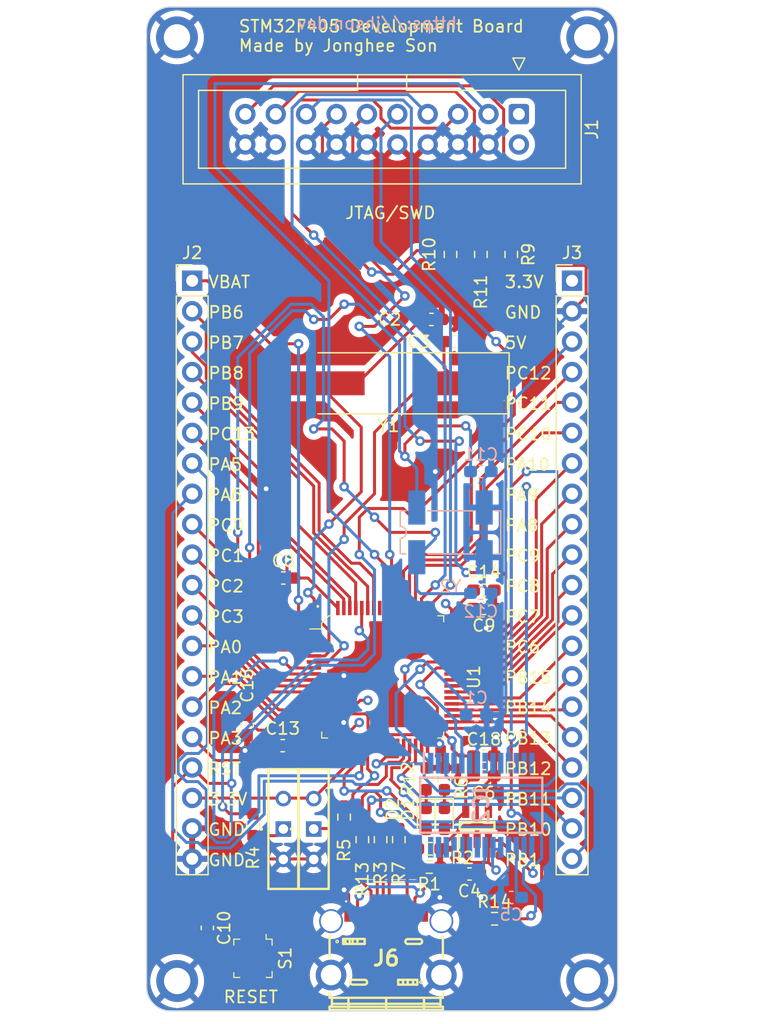
<source format=kicad_pcb>
(kicad_pcb (version 20221018) (generator pcbnew)
  (title_block (title "STM32F405RGT6 Dev Board") (date "2023-12-16") (rev "1.0.0"))
  (layers (0 "F.Cu" signal) (1 "In1.Cu" power) (2 "In2.Cu" power) (31 "B.Cu" signal) (34 "B.Paste" user) (35 "F.Paste" user) (36 "B.SilkS" user "B.Silkscreen") (37 "F.SilkS" user "F.Silkscreen") (38 "B.Mask" user) (39 "F.Mask" user) (44 "Edge.Cuts" user))
  (net 0 "")
  (net 1 "OSC_IN")
  (net 2 "OSC_OUT")
  (net 3 "Net-(D1-K)")
  (net 4 "OSC32_IN")
  (net 5 "OSC32_OUT")
  (net 6 "PA4")
  (net 7 "PA12")
  (net 8 "Net-(J1-RTCK)")
  (net 9 "PA11")
  (net 10 "Net-(J1-DBGRQ{slash}NC)")
  (net 11 "Net-(J1-DBGACK{slash}NC)")
  (net 12 "JNTRST")
  (net 13 "JTDI")
  (net 14 "JTMS{slash}SWDIO")
  (net 15 "JTCK{slash}SWCLK")
  (net 16 "JTDO")
  (net 17 "PB6")
  (net 18 "PB7")
  (net 19 "PB8")
  (net 20 "PB9")
  (net 21 "PC13")
  (net 22 "PA5")
  (net 23 "PA6")
  (net 24 "PC0")
  (net 25 "PC1")
  (net 26 "PC2")
  (net 27 "PC3")
  (net 28 "PA0")
  (net 29 "PA1")
  (net 30 "PA2")
  (net 31 "PA3")
  (net 32 "PC12")
  (net 33 "PC11")
  (net 34 "PC10")
  (net 35 "PA8")
  (net 36 "PC9")
  (net 37 "PC8")
  (net 38 "PC7")
  (net 39 "PC6")
  (net 40 "PB15")
  (net 41 "PB14")
  (net 42 "Net-(S2-COM)")
  (net 43 "Net-(J6-CC1)")
  (net 44 "Net-(J6-DP1)")
  (net 45 "Net-(J6-DN1)")
  (net 47 "Net-(J6-CC2)")
  (net 49 "PB13")
  (net 50 "PB12")
  (net 51 "PB11")
  (net 52 "PB10")
  (net 53 "PB1")
  (net 54 "BOOT0")
  (net 55 "BOOT1")
  (net 56 "PA7")
  (net 57 "PC4")
  (net 58 "PC5")
  (net 59 "Net-(U1-VCAP_2)")
  (net 60 "Net-(D2-K)")
  (net 61 "Net-(IC2-3V3OUT)")
  (net 77 "RESET")
  (net 78 "GND")
  (net 79 "5V")
  (net 80 "VCC3V3")
  (net 81 "VBAT")
  (net 82 "USBDP")
  (net 83 "USBDM")
  (net 84 "PA10{slash}USART1_RX")
  (net 85 "PA9{slash}USART1_TX")
  (net 86 "Net-(J6-DP2)")
  (net 87 "Net-(J6-DN2)")
  (net 88 "PB0")
  (net 89 "PB5")
  (net 90 "Net-(S3-COM)")
  (net 91 "Net-(U1-VCAP_1)")
  (net 92 "PD2")
  (footprint "Capacitor_SMD:C_0603_1608Metric_Pad1.08x0.95mm_HandSolder" (layer "F.Cu") (at 152.72 130.12 180)
    (fp_text reference "C4")
    (fp_text value "1uF")
  )
  (footprint "SamacSys_Parts:BSI10" (layer "F.Cu") (at 137.16 126.365 -90)
    (fp_text reference "S2" hide)
    (fp_text value "BSI-10" hide)
  )
  (footprint "Resistor_SMD:R_0603_1608Metric_Pad0.98x0.95mm_HandSolder" (layer "F.Cu") (at 150.622 122.174 -90)
    (fp_text reference "R6")
    (fp_text value "330")
  )
  (footprint "Resistor_SMD:R_0603_1608Metric_Pad0.98x0.95mm_HandSolder" (layer "F.Cu") (at 142.24 125.3725 -90)
    (fp_text reference "R5")
    (fp_text value "100k")
  )
  (footprint "digikey-footprints:Switch_Tactile_SMD_B3U-1000P" (layer "F.Cu") (at 134.62 137.16 -90)
    (fp_text reference "S1")
    (fp_text value "B3U-1000P")
  )
  (footprint "Resistor_SMD:R_0603_1608Metric_Pad0.98x0.95mm_HandSolder" (layer "F.Cu") (at 143.764 127.254 90)
    (fp_text reference "R13")
    (fp_text value "20")
  )
  (footprint "Capacitor_SMD:C_0603_1608Metric_Pad1.08x0.95mm_HandSolder" (layer "F.Cu") (at 151.45 85.67 180)
    (fp_text reference "C3")
    (fp_text value "20pF")
  )
  (footprint "digikey-footprints:LQFP-64_10x10mm" (layer "F.Cu") (at 145.4658 113.665 -90)
    (fp_text reference "U1")
    (fp_text value "STM32F405RGT6")
  )
  (footprint "Resistor_SMD:R_0603_1608Metric_Pad0.98x0.95mm_HandSolder" (layer "F.Cu") (at 149.098 122.174 -90)
    (fp_text reference "R12")
    (fp_text value "330")
  )
  (footprint "LED_SMD:LED_0603_1608Metric_Pad1.05x0.95mm_HandSolder" (layer "F.Cu") (at 150.622 125.476 -90)
    (fp_text reference "D1")
    (fp_text value "RED")
  )
  (footprint "MountingHole:MountingHole_2.2mm_M2_ISO7380_Pad" (layer "F.Cu") (at 162.56 60.27)
    (fp_text reference "REF**" hide)
    (fp_text value "MountingHole_2.2mm_M2_ISO7380_Pad")
  )
  (footprint "Capacitor_SMD:C_0603_1608Metric_Pad1.08x0.95mm_HandSolder" (layer "F.Cu") (at 134.1374 117.6782 90)
    (fp_text reference "C16")
    (fp_text value "1uF")
  )
  (footprint "Capacitor_SMD:C_0603_1608Metric_Pad1.08x0.95mm_HandSolder" (layer "F.Cu") (at 130.81 134.62 90)
    (fp_text reference "C10")
    (fp_text value "0.1uF")
  )
  (footprint "SamacSys_Parts:USB480003A" (layer "F.Cu") (at 145.758 137.157)
    (fp_text reference "J6")
    (fp_text value "USB4800-03-A" hide)
  )
  (footprint "MountingHole:MountingHole_2.2mm_M2_ISO7380_Pad" (layer "F.Cu") (at 128.285913 139.053348)
    (fp_text reference "REF**" hide)
    (fp_text value "MountingHole_2.2mm_M2_ISO7380_Pad")
  )
  (footprint "MountingHole:MountingHole_2.2mm_M2_ISO7380_Pad" (layer "F.Cu") (at 128.27 60.27)
    (fp_text reference "REF**" hide)
    (fp_text value "MountingHole_2.2mm_M2_ISO7380_Pad")
  )
  (footprint "Resistor_SMD:R_0603_1608Metric_Pad0.98x0.95mm_HandSolder" (layer "F.Cu") (at 154.813 133.858)
    (fp_text reference "R14")
    (fp_text value "20")
  )
  (footprint "Resistor_SMD:R_0603_1608Metric_Pad0.98x0.95mm_HandSolder" (layer "F.Cu") (at 149.352 129.54 180)
    (fp_text reference "R1")
    (fp_text value "5.1k")
  )
  (footprint "LED_SMD:LED_0603_1608Metric_Pad1.05x0.95mm_HandSolder" (layer "F.Cu") (at 149.098 125.476 -90)
    (fp_text reference "D2")
    (fp_text value "GREEN")
  )
  (footprint "SamacSys_Parts:SOT95P280X145-5N" (layer "F.Cu") (at 153.355 126.091 90)
    (fp_text reference "PS1" hide)
    (fp_text value "TLV75733PDBVR" hide)
  )
  (footprint "Resistor_SMD:R_0603_1608Metric_Pad0.98x0.95mm_HandSolder" (layer "F.Cu") (at 134.62 126.0075 90)
    (fp_text reference "R4")
    (fp_text value "100k")
  )
  (footprint "Connector_IDC:IDC-Header_2x10_P2.54mm_Vertical" (layer "F.Cu") (at 156.845 66.675 -90)
    (fp_text reference "J1")
    (fp_text value "Conn_ARM_JTAG_SWD_20")
  )
  (footprint "Resistor_SMD:R_0603_1608Metric_Pad0.98x0.95mm_HandSolder" (layer "F.Cu") (at 146.812 127.254 90)
    (fp_text reference "R7")
    (fp_text value "20")
  )
  (footprint "Capacitor_SMD:C_0603_1608Metric_Pad1.08x0.95mm_HandSolder" (layer "F.Cu") (at 153.924 106.426 180)
    (fp_text reference "C14")
    (fp_text value "0.1uF")
  )
  (footprint "Capacitor_SMD:C_0603_1608Metric_Pad1.08x0.95mm_HandSolder" (layer "F.Cu") (at 153.924 121.92 180)
    (fp_text reference "C6")
    (fp_text value "1uF")
  )
  (footprint "Capacitor_SMD:C_0603_1608Metric_Pad1.08x0.95mm_HandSolder" (layer "F.Cu") (at 149.54 83.82 180)
    (fp_text reference "C2")
    (fp_text value "20pF")
  )
  (footprint "Resistor_SMD:R_0603_1608Metric_Pad0.98x0.95mm_HandSolder" (layer "F.Cu") (at 151.13 78.395 -90)
    (fp_text reference "R10")
    (fp_text value "10k")
  )
  (footprint "Connector_PinHeader_2.54mm:PinHeader_1x20_P2.54mm_Vertical" (layer "F.Cu") (at 161.29 80.59)
    (fp_text reference "J3")
    (fp_text value "Conn_01x20_Pin")
  )
  (footprint "Capacitor_SMD:C_0603_1608Metric_Pad1.08x0.95mm_HandSolder" (layer "F.Cu") (at 153.9229 107.95 180)
    (fp_text reference "C9")
    (fp_text value "2.2uF")
  )
  (footprint "Capacitor_SMD:C_0603_1608Metric_Pad1.08x0.95mm_HandSolder" (layer "F.Cu") (at 137.1092 119.4054)
    (fp_text reference "C13")
    (fp_text value "2.2uF")
  )
  (footprint "MountingHole:MountingHole_2.2mm_M2_ISO7380_Pad" (layer "F.Cu") (at 162.56 139.01)
    (fp_text reference "REF**" hide)
    (fp_text value "MountingHole_2.2mm_M2_ISO7380_Pad")
  )
  (footprint "SamacSys_Parts:BSI10" (layer "F.Cu") (at 139.7 126.365 -90)
    (fp_text reference "S3" hide)
    (fp_text value "BSI-10" hide)
  )
  (footprint "Resistor_SMD:R_0603_1608Metric_Pad0.98x0.95mm_HandSolder" (layer "F.Cu") (at 156.21 78.395 -90)
    (fp_text reference "R9")
    (fp_text value "10k")
  )
  (footprint "Crystal:Crystal_SMD_HC49-SD_HandSoldering" (layer "F.Cu") (at 145.9545 89.154 180)
    (fp_text reference "Y1")
    (fp_text value "8MHz")
  )
  (footprint "Resistor_SMD:R_0603_1608Metric_Pad0.98x0.95mm_HandSolder" (layer "F.Cu") (at 153.67 78.395 -90)
    (fp_text reference "R11")
    (fp_text value "10k")
  )
  (footprint "Resistor_SMD:R_0603_1608Metric_Pad0.98x0.95mm_HandSolder" (layer "F.Cu") (at 145.288 127.254 90)
    (fp_text reference "R3")
    (fp_text value "20")
  )
  (footprint "Capacitor_SMD:C_0603_1608Metric_Pad1.08x0.95mm_HandSolder" (layer "F.Cu") (at 137.16 105.41)
    (fp_text reference "C8")
    (fp_text value "0.1uF")
  )
  (footprint "Capacitor_SMD:C_0603_1608Metric_Pad1.08x0.95mm_HandSolder" (layer "F.Cu") (at 153.924 120.269 180)
    (fp_text reference "C18")
    (fp_text value "10uF")
  )
  (footprint "Resistor_SMD:R_0603_1608Metric_Pad0.98x0.95mm_HandSolder" (layer "F.Cu") (at 149.352 128.016 180)
    (fp_text reference "R2")
    (fp_text value "5.1k")
  )
  (footprint "Connector_PinHeader_2.54mm:PinHeader_1x20_P2.54mm_Vertical" (layer "F.Cu") (at 129.54 80.59)
    (fp_text reference "J2")
    (fp_text value "Conn_01x20_Pin")
  )
  (footprint "SamacSys_Parts:SOP65P780X200-28N" (layer "B.Cu") (at 153.70325 124.377 -90)
    (fp_text reference "IC2")
    (fp_text value "FT232RNL-REEL" hide)
  )
  (footprint "Capacitor_SMD:C_0603_1608Metric_Pad1.08x0.95mm_HandSolder" (layer "B.Cu") (at 153.67 106.68 180)
    (fp_text reference "C12")
    (fp_text value "12pF")
  )
  (footprint "Capacitor_SMD:C_0603_1608Metric_Pad1.08x0.95mm_HandSolder" (layer "B.Cu") (at 156.21 132.08)
    (fp_text reference "C5")
    (fp_text value "0.1uF")
  )
  (footprint "Capacitor_SMD:C_0603_1608Metric_Pad1.08x0.95mm_HandSolder" (layer "B.Cu") (at 153.289 116.84 180)
    (fp_text reference "C1")
    (fp_text value "0.1uF")
  )
  (footprint "Crystal:Crystal_SMD_SeikoEpson_MC306-4Pin_8.0x3.2mm_HandSoldering" (layer "B.Cu") (at 151.13 101.6)
    (fp_text reference "Y2")
    (fp_text value "Crystal_GND23")
  )
  (footprint "Capacitor_SMD:C_0603_1608Metric_Pad1.08x0.95mm_HandSolder" (layer "B.Cu") (at 153.67 96.52 180)
    (fp_text reference "C11")
    (fp_text value "12pF")
  )
  (gr_arc (start 163.1 57.73) (mid 164.514214 58.315786) (end 165.1 59.73) (stroke (width 0.1)) (layer "Edge.Cuts"))
  (gr_arc (start 125.73 59.73) (mid 126.315786 58.315786) (end 127.73 57.73) (stroke (width 0.1)) (layer "Edge.Cuts"))
  (gr_line (start 163.1 141.55) (end 127.73 141.55) (stroke (width 0.1)) (layer "Edge.Cuts"))
  (gr_line (start 165.1 59.73) (end 165.1 139.55) (stroke (width 0.1)) (layer "Edge.Cuts"))
  (gr_arc (start 127.73 141.55) (mid 126.315786 140.964214) (end 125.73 139.55) (stroke (width 0.1)) (layer "Edge.Cuts"))
  (gr_arc (start 165.1 139.55) (mid 164.514214 140.964214) (end 163.1 141.55) (stroke (width 0.1)) (layer "Edge.Cuts"))
  (gr_line (start 125.73 139.55) (end 125.73 59.73) (stroke (width 0.1)) (layer "Edge.Cuts"))
  (gr_line (start 127.73 57.73) (end 163.1 57.73) (stroke (width 0.1)) (layer "Edge.Cuts"))
  (gr_text "https://jhson.dev" (at 151.765 59.69) (layer "B.SilkS") (effects (font (size 1 1)) (justify left bottom mirror)))
  (gr_text "PB15" (at 155.575 114.3) (layer "F.SilkS") (effects (font (size 1 1)) (justify left bottom)))
  (gr_text "PA3" (at 130.81 119.38) (layer "F.SilkS") (effects (font (size 1 1)) (justify left bottom)))
  (gr_text "PB1" (at 155.575 129.54) (layer "F.SilkS") (effects (font (size 1 1)) (justify left bottom)))
  (gr_text "PC1" (at 130.81 104.14) (layer "F.SilkS") (effects (font (size 1 1)) (justify left bottom)))
  (gr_text "PB14" (at 155.575 116.84) (layer "F.SilkS") (effects (font (size 1 1)) (justify left bottom)))
  (gr_text "PC10" (at 155.575 93.98) (layer "F.SilkS") (effects (font (size 1 1)) (justify left bottom)))
  (gr_text "RST" (at 130.81 121.92) (layer "F.SilkS") (effects (font (size 1 1)) (justify left bottom)))
  (gr_text "PC3" (at 130.81 109.22) (layer "F.SilkS") (effects (font (size 1 1)) (justify left bottom)))
  (gr_text "PB13" (at 155.575 119.38) (layer "F.SilkS") (effects (font (size 1 1)) (justify left bottom)))
  (gr_text "PB6" (at 130.81 83.82) (layer "F.SilkS") (effects (font (size 1 1)) (justify left bottom)))
  (gr_text "PB9" (at 130.81 91.44) (layer "F.SilkS") (effects (font (size 1 1)) (justify left bottom)))
  (gr_text "VBAT" (at 130.81 81.28) (layer "F.SilkS") (effects (font (size 1 1)) (justify left bottom)))
  (gr_text "PA8" (at 155.575 101.6) (layer "F.SilkS") (effects (font (size 1 1)) (justify left bottom)))
  (gr_text "PC13" (at 130.81 93.98) (layer "F.SilkS") (effects (font (size 1 1)) (justify left bottom)))
  (gr_text "PA9" (at 155.575 99.06) (layer "F.SilkS") (effects (font (size 1 1)) (justify left bottom)))
  (gr_text "." (at 139.7 107.95) (layer "F.SilkS") (effects (font (size 1 1)) (justify left bottom)))
  (gr_text "RESET" (at 132.08 140.97) (layer "F.SilkS") (effects (font (size 1 1)) (justify left bottom)))
  (gr_text "PB7" (at 130.81 86.36) (layer "F.SilkS") (effects (font (size 1 1)) (justify left bottom)))
  (gr_text "PB12" (at 155.575 121.92) (layer "F.SilkS") (effects (font (size 1 1)) (justify left bottom)))
  (gr_text "PC12" (at 155.575 88.9) (layer "F.SilkS") (effects (font (size 1 1)) (justify left bottom)))
  (gr_text "PB11" (at 155.575 124.46) (layer "F.SilkS") (effects (font (size 1 1)) (justify left bottom)))
  (gr_text "JTAG/SWD" (at 142.24 75.51) (layer "F.SilkS") (effects (font (size 1 1)) (justify left bottom)))
  (gr_text "PC0" (at 130.81 101.6) (layer "F.SilkS") (effects (font (size 1 1)) (justify left bottom)))
  (gr_text "GND" (at 130.81 127) (layer "F.SilkS") (effects (font (size 1 1)) (justify left bottom)))
  (gr_text "PA6" (at 130.81 99.06) (layer "F.SilkS") (effects (font (size 1 1)) (justify left bottom)))
  (gr_text "PA0" (at 130.81 111.76) (layer "F.SilkS") (effects (font (size 1 1)) (justify left bottom)))
  (gr_text "PB10" (at 155.575 127) (layer "F.SilkS") (effects (font (size 1 1)) (justify left bottom)))
  (gr_text "GND" (at 155.575 83.82) (layer "F.SilkS") (effects (font (size 1 1)) (justify left bottom)))
  (gr_text "PC2" (at 130.81 106.68) (layer "F.SilkS") (effects (font (size 1 1)) (justify left bottom)))
  (gr_text "PA1" (at 130.81 114.3) (layer "F.SilkS") (effects (font (size 1 1)) (justify left bottom)))
  (gr_text "PA2" (at 130.81 116.84) (layer "F.SilkS") (effects (font (size 1 1)) (justify left bottom)))
  (gr_text "PB8" (at 130.81 88.9) (layer "F.SilkS") (effects (font (size 1 1)) (justify left bottom)))
  (gr_text "PC7" (at 155.575 109.22) (layer "F.SilkS") (effects (font (size 1 1)) (justify left bottom)))
  (gr_text "PC9" (at 155.575 104.14) (layer "F.SilkS") (effects (font (size 1 1)) (justify left bottom)))
  (gr_text "PC6" (at 155.575 111.76) (layer "F.SilkS") (effects (font (size 1 1)) (justify left bottom)))
  (gr_text "5V" (at 155.575 86.36) (layer "F.SilkS") (effects (font (size 1 1)) (justify left bottom)))
  (gr_text "GND" (at 130.81 129.54) (layer "F.SilkS") (effects (font (size 1 1)) (justify left bottom)))
  (gr_text "STM32F405 Development Board\nMade by Jonghee Son" (at 133.35 61.54) (layer "F.SilkS") (effects (font (size 1 1)) (justify left bottom)))
  (gr_text "PC11" (at 155.575 91.44) (layer "F.SilkS") (effects (font (size 1 1)) (justify left bottom)))
  (gr_text "PA5" (at 130.81 96.52) (layer "F.SilkS") (effects (font (size 1 1)) (justify left bottom)))
  (gr_text "3.3V" (at 155.575 81.28) (layer "F.SilkS") (effects (font (size 1 1)) (justify left bottom)))
  (gr_text "PC8" (at 155.575 106.68) (layer "F.SilkS") (effects (font (size 1 1)) (justify left bottom)))
  (gr_text "PA10" (at 155.575 96.52) (layer "F.SilkS") (effects (font (size 1 1)) (justify left bottom)))
  (gr_text "3.3V" (at 130.81 124.46) (layer "F.SilkS") (effects (font (size 1 1)) (justify left bottom)))
  (segment (start 140.97 109.769315) (end 140.97 111.570685) (width 0.25) (layer "F.Cu") (net 1))
  (segment (start 139.730685 107.155768) (end 139.730685 108.53) (width 0.25) (layer "F.Cu") (net 1))
  (segment (start 139.730685 108.53) (end 140.97 109.769315) (width 0.25) (layer "F.Cu") (net 1))
  (segment (start 148.6775 83.82) (end 143.3435 89.154) (width 0.25) (layer "F.Cu") (net 1))
  (segment (start 139.21027 106.635353) (end 139.730685 107.155768) (width 0.25) (layer "F.Cu") (net 1))
  (segment (start 140.97 111.570685) (end 140.620685 111.92) (width 0.25) (layer "F.Cu") (net 1))
  (segment (start 140.017 89.154) (end 143.67 92.807) (width 0.25) (layer "F.Cu") (net 1))
  (segment (start 143.3435 89.154) (end 140.017 89.154) (width 0.25) (layer "F.Cu") (net 1))
  (segment (start 143.67 92.807) (end 143.67 98.21) (width 0.25) (layer "F.Cu") (net 1))
  (segment (start 140.620685 111.92) (end 139.78 111.92) (width 0.25) (layer "F.Cu") (net 1))
  (segment (start 143.67 98.21) (end 140.97 100.91) (width 0.25) (layer "F.Cu") (net 1))
  (via (at 139.21027 106.635353) (size 0.8) (drill 0.4) (layers "F.Cu" "B.Cu") (net 1))
  (via (at 140.97 100.91) (size 0.8) (drill 0.4) (layers "F.Cu" "B.Cu") (net 1))
  (segment (start 139.21027 106.635353) (end 139.7 106.145623) (width 0.25) (layer "B.Cu") (net 1))
  (segment (start 139.7 106.145623) (end 139.7 102.18) (width 0.25) (layer "B.Cu") (net 1))
  (segment (start 139.7 102.18) (end 140.97 100.91) (width 0.25) (layer "B.Cu") (net 1))
  (segment (start 150.5875 87.8495) (end 151.892 89.154) (width 0.25) (layer "F.Cu") (net 2))
  (segment (start 140.89 112.42) (end 139.78 112.42) (width 0.25) (layer "F.Cu") (net 2))
  (segment (start 142.24 102.18) (end 142.24 100.91) (width 0.25) (layer "F.Cu") (net 2))
  (segment (start 144.78 93.25) (end 148.876 89.154) (width 0.25) (layer "F.Cu") (net 2))
  (segment (start 144.78 98.37) (end 144.78 93.25) (width 0.25) (layer "F.Cu") (net 2))
  (segment (start 148.876 89.154) (end 151.892 89.154) (width 0.25) (layer "F.Cu") (net 2))
  (segment (start 142.24 100.91) (end 144.78 98.37) (width 0.25) (layer "F.Cu") (net 2))
  (segment (start 150.5875 85.67) (end 150.5875 87.8495) (width 0.25) (layer "F.Cu") (net 2))
  (segment (start 142.24 111.07) (end 140.89 112.42) (width 0.25) (layer "F.Cu") (net 2))
  (via (at 142.24 102.18) (size 0.8) (drill 0.4) (layers "F.Cu" "B.Cu") (net 2))
  (via (at 142.24 111.07) (size 0.8) (drill 0.4) (layers "F.Cu" "B.Cu") (net 2))
  (segment (start 140.97 103.45) (end 140.97 109.8) (width 0.25) (layer "B.Cu") (net 2))
  (segment (start 140.97 109.8) (end 142.24 111.07) (width 0.25) (layer "B.Cu") (net 2))
  (segment (start 142.24 102.18) (end 140.97 103.45) (width 0.25) (layer "B.Cu") (net 2))
  (segment (start 150.622 124.601) (end 150.622 123.0865) (width 0.25) (layer "F.Cu") (net 3))
  (segment (start 134.3455 106.9855) (end 138.28 110.92) (width 0.25) (layer "F.Cu") (net 4))
  (segment (start 152.4 92.71) (end 148.834695 92.71) (width 0.25) (layer "F.Cu") (net 4))
  (segment (start 140.97 83.82) (end 139.7 83.82) (width 0.25) (layer "F.Cu") (net 4))
  (segment (start 134.3455 102.87) (end 134.3455 106.9855) (width 0.25) (layer "F.Cu") (net 4))
  (segment (start 138.28 110.92) (end 139.78 110.92) (width 0.25) (layer "F.Cu") (net 4))
  (segment (start 148.834695 92.71) (end 147.32 94.224695) (width 0.25) (layer "F.Cu") (net 4))
  (segment (start 147.32 94.224695) (end 147.32 95.25) (width 0.25) (layer "F.Cu") (net 4))
  (segment (start 142.24 82.55) (end 140.97 83.82) (width 0.25) (layer "F.Cu") (net 4))
  (via (at 147.32 95.25) (size 0.8) (drill 0.4) (layers "F.Cu" "B.Cu") (net 4))
  (via (at 142.24 82.55) (size 0.8) (drill 0.4) (layers "F.Cu" "B.Cu") (net 4))
  (via (at 139.7 83.82) (size 0.8) (drill 0.4) (layers "F.Cu" "B.Cu") (net 4))
  (via (at 152.4 92.71) (size 0.8) (drill 0.4) (layers "F.Cu" "B.Cu") (net 4))
  (via (at 134.3455 102.87) (size 0.8) (drill 0.4) (layers "F.Cu" "B.Cu") (net 4))
  (segment (start 146.87 85.91) (end 143.51 82.55) (width 0.25) (layer "B.Cu") (net 4))
  (segment (start 147.32 95.25) (end 148.315 96.245) (width 0.25) (layer "B.Cu") (net 4))
  (segment (start 138.975 83.095) (end 137.885 83.095) (width 0.25) (layer "B.Cu") (net 4))
  (segment (start 152.4 92.71) (end 152.8075 93.1175) (width 0.25) (layer "B.Cu") (net 4))
  (segment (start 143.51 82.55) (end 142.24 82.55) (width 0.25) (layer "B.Cu") (net 4))
  (segment (start 148.315 96.245) (end 148.315 99.525) (width 0.25) (layer "B.Cu") (net 4))
  (segment (start 137.885 83.095) (end 134.3455 86.6345) (width 0.25) (layer "B.Cu") (net 4))
  (segment (start 152.8075 93.1175) (end 152.8075 96.52) (width 0.25) (layer "B.Cu") (net 4))
  (segment (start 147.32 95.25) (end 146.87 94.8) (width 0.25) (layer "B.Cu") (net 4))
  (segment (start 134.3455 86.6345) (end 134.3455 102.87) (width 0.25) (layer "B.Cu") (net 4))
  (segment (start 139.7 83.82) (end 138.975 83.095) (width 0.25) (layer "B.Cu") (net 4))
  (segment (start 146.87 94.8) (end 146.87 85.91) (width 0.25) (layer "B.Cu") (net 4))
  (segment (start 146.05 101.6) (end 144.78 100.33) (width 0.25) (layer "F.Cu") (net 5))
  (segment (start 142.24 93.98) (end 142.24 97.79) (width 0.25) (layer "F.Cu") (net 5))
  (segment (start 135.89 110.49) (end 135.89 110.430812) (width 0.25) (layer "F.Cu") (net 5))
  (segment (start 139.78 111.42) (end 136.82 111.42) (width 0.25) (layer "F.Cu") (net 5))
  (segment (start 136.82 111.42) (end 135.89 110.49) (width 0.25) (layer "F.Cu") (net 5))
  (segment (start 133.8 104.533604) (end 133.35 104.083604) (width 0.25) (layer "F.Cu") (net 5))
  (segment (start 141.224 92.964) (end 142.24 93.98) (width 0.25) (layer "F.Cu") (net 5))
  (segment (start 139.7 92.964) (end 141.224 92.964) (width 0.25) (layer "F.Cu") (net 5))
  (segment (start 135.89 110.430812) (end 133.8 108.340812) (width 0.25) (layer "F.Cu") (net 5))
  (segment (start 133.8 108.340812) (end 133.8 104.533604) (width 0.25) (layer "F.Cu") (net 5))
  (segment (start 133.35 104.083604) (end 133.35 101.6) (width 0.25) (layer "F.Cu") (net 5))
  (segment (start 149.86 101.6) (end 146.05 101.6) (width 0.25) (layer "F.Cu") (net 5))
  (via (at 149.86 101.6) (size 0.8) (drill 0.4) (layers "F.Cu" "B.Cu") (net 5))
  (via (at 139.7 92.964) (size 0.8) (drill 0.4) (layers "F.Cu" "B.Cu") (net 5))
  (via (at 142.24 97.79) (size 0.8) (drill 0.4) (layers "F.Cu" "B.Cu") (net 5))
  (via (at 133.35 101.6) (size 0.8) (drill 0.4) (layers "F.Cu" "B.Cu") (net 5))
  (via (at 144.78 100.33) (size 0.8) (drill 0.4) (layers "F.Cu" "B.Cu") (net 5))
  (segment (start 133.35 86.993604) (end 133.35 101.6) (width 0.25) (layer "B.Cu") (net 5))
  (segment (start 149.86 102.13) (end 149.86 101.6) (width 0.25) (layer "B.Cu") (net 5))
  (segment (start 137.793604 82.55) (end 133.35 86.993604) (width 0.25) (layer "B.Cu") (net 5))
  (segment (start 148.625 106.715) (end 148.315 106.405) (width 0.25) (layer "B.Cu") (net 5))
  (segment (start 139.455305 82.55) (end 137.793604 82.55) (width 0.25) (layer "B.Cu") (net 5))
  (segment (start 148.315 103.675) (end 149.86 102.13) (width 0.25) (layer "B.Cu") (net 5))
  (segment (start 142.24 97.79) (end 144.78 100.33) (width 0.25) (layer "B.Cu") (net 5))
  (segment (start 140.52 92.144) (end 140.52 83.614695) (width 0.25) (layer "B.Cu") (net 5))
  (segment (start 152.8075 106.68) (end 152.7725 106.715) (width 0.25) (layer "B.Cu") (net 5))
  (segment (start 140.52 83.614695) (end 139.455305 82.55) (width 0.25) (layer "B.Cu") (net 5))
  (segment (start 139.7 92.964) (end 140.52 92.144) (width 0.25) (layer "B.Cu") (net 5))
  (segment (start 152.7725 106.715) (end 148.625 106.715) (width 0.25) (layer "B.Cu") (net 5))
  (segment (start 148.315 106.405) (end 148.315 103.675) (width 0.25) (layer "B.Cu") (net 5))
  (segment (start 143.205 120.955) (end 143.205 119.345) (width 0.25) (layer "F.Cu") (net 6))
  (segment (start 145.805012 123.181153) (end 145.928153 123.181153) (width 0.25) (layer "F.Cu") (net 6))
  (segment (start 142.24 123.19) (end 142.24 121.92) (width 0.25) (layer "F.Cu") (net 6))
  (segment (start 142.24 121.92) (end 143.205 120.955) (width 0.25) (layer "F.Cu") (net 6))
  (segment (start 145.928153 123.181153) (end 149.098 126.351) (width 0.25) (layer "F.Cu") (net 6))
  (via (at 142.24 123.19) (size 0.8) (drill 0.4) (layers "F.Cu" "B.Cu") (net 6))
  (via (at 145.805012 123.181153) (size 0.8) (drill 0.4) (layers "F.Cu" "B.Cu") (net 6))
  (segment (start 145.805012 123.181153) (end 145.796165 123.19) (width 0.25) (layer "B.Cu") (net 6))
  (segment (start 145.796165 123.19) (end 142.24 123.19) (width 0.25) (layer "B.Cu") (net 6))
  (segment (start 156.21 97.79) (end 156.21 109.155228) (width 0.25) (layer "F.Cu") (net 7))
  (segment (start 156.21 109.155228) (end 153.945228 111.42) (width 0.25) (layer "F.Cu") (net 7))
  (segment (start 153.945228 111.42) (end 151.13 111.42) (width 0.25) (layer "F.Cu") (net 7))
  (segment (start 157.48 96.52) (end 156.21 97.79) (width 0.25) (layer "F.Cu") (net 7))
  (via (at 157.48 96.52) (size 0.8) (drill 0.4) (layers "F.Cu" "B.Cu") (net 7))
  (segment (start 151.6 122.74) (end 159.2 122.74) (width 0.25) (layer "B.Cu") (net 7))
  (segment (start 160.02 96.52) (end 157.48 96.52) (width 0.25) (layer "B.Cu") (net 7))
  (segment (start 160.02 121.92) (end 160.02 96.52) (width 0.25) (layer "B.Cu") (net 7))
  (segment (start 159.2 122.74) (end 160.02 121.92) (width 0.25) (layer "B.Cu") (net 7))
  (segment (start 150.745 120.885) (end 150.745 121.885) (width 0.25) (layer "B.Cu") (net 7))
  (segment (start 150.745 121.885) (end 151.6 122.74) (width 0.25) (layer "B.Cu") (net 7))
  (segment (start 142.97 67.85) (end 144.145 66.675) (width 0.25) (layer "F.Cu") (net 8))
  (segment (start 145.749695 80.045) (end 142.97 77.265305) (width 0.25) (layer "F.Cu") (net 8))
  (segment (start 148.320305 78.075) (end 146.350305 80.045) (width 0.25) (layer "F.Cu") (net 8))
  (segment (start 150.5375 78.075) (end 151.13 77.4825) (width 0.25) (layer "F.Cu") (net 8))
  (segment (start 146.350305 80.045) (end 145.749695 80.045) (width 0.25) (layer "F.Cu") (net 8))
  (segment (start 142.97 77.265305) (end 142.97 67.85) (width 0.25) (layer "F.Cu") (net 8))
  (segment (start 148.320305 78.075) (end 150.5375 78.075) (width 0.25) (layer "F.Cu") (net 8))
  (segment (start 157.48 108.521624) (end 154.081624 111.92) (width 0.25) (layer "F.Cu") (net 9))
  (segment (start 154.081624 111.92) (end 151.13 111.92) (width 0.25) (layer "F.Cu") (net 9))
  (segment (start 157.48 97.79) (end 157.48 108.521624) (width 0.25) (layer "F.Cu") (net 9))
  (via (at 157.48 97.79) (size 0.8) (drill 0.4) (layers "F.Cu" "B.Cu") (net 9))
  (segment (start 157.48 118.445305) (end 157.48 97.79) (width 0.25) (layer "B.Cu") (net 9))
  (segment (start 156.175 119.415) (end 156.510305 119.415) (width 0.25) (layer "B.Cu") (net 9))
  (segment (start 155.945 120.885) (end 155.945 119.645) (width 0.25) (layer "B.Cu") (net 9))
  (segment (start 156.510305 119.415) (end 157.48 118.445305) (width 0.25) (layer "B.Cu") (net 9))
  (segment (start 155.945 119.645) (end 156.175 119.415) (width 0.25) (layer "B.Cu") (net 9))
  (segment (start 153.13 66.378299) (end 151.521701 64.77) (width 0.25) (layer "F.Cu") (net 10))
  (segment (start 153.13 76.9425) (end 153.13 66.378299) (width 0.25) (layer "F.Cu") (net 10))
  (segment (start 138.43 64.77) (end 136.525 66.675) (width 0.25) (layer "F.Cu") (net 10))
  (segment (start 153.67 77.4825) (end 153.13 76.9425) (width 0.25) (layer "F.Cu") (net 10))
  (segment (start 151.521701 64.77) (end 138.43 64.77) (width 0.25) (layer "F.Cu") (net 10))
  (segment (start 153.611701 64.32) (end 155.575 66.283299) (width 0.25) (layer "F.Cu") (net 11))
  (segment (start 155.575 66.283299) (end 155.575 76.8475) (width 0.25) (layer "F.Cu") (net 11))
  (segment (start 155.575 76.8475) (end 156.21 77.4825) (width 0.25) (layer "F.Cu") (net 11))
  (segment (start 133.985 66.675) (end 136.34 64.32) (width 0.25) (layer "F.Cu") (net 11))
  (segment (start 136.34 64.32) (end 153.611701 64.32) (width 0.25) (layer "F.Cu") (net 11))
  (segment (start 145.705 104.375) (end 144.78 103.45) (width 0.25) (layer "F.Cu") (net 12))
  (segment (start 145.705 107.995) (end 145.705 104.375) (width 0.25) (layer "F.Cu") (net 12))
  (via (at 144.78 103.45) (size 0.8) (drill 0.4) (layers "F.Cu" "B.Cu") (net 12))
  (segment (start 140.97 80.59) (end 131.445 71.065) (width 0.25) (layer "B.Cu") (net 12))
  (segment (start 131.445 64.135) (end 151.765 64.135) (width 0.25) (layer "B.Cu") (net 12))
  (segment (start 144.78 103.45) (end 140.97 99.64) (width 0.25) (layer "B.Cu") (net 12))
  (segment (start 151.765 64.135) (end 154.305 66.675) (width 0.25) (layer "B.Cu") (net 12))
  (segment (start 140.97 99.64) (end 140.97 80.59) (width 0.25) (layer "B.Cu") (net 12))
  (segment (start 131.445 71.065) (end 131.445 64.135) (width 0.25) (layer "B.Cu") (net 12))
  (segment (start 144.631701 65.5) (end 138.578299 65.5) (width 0.25) (layer "F.Cu") (net 13))
  (segment (start 145.32 66.188299) (end 144.631701 65.5) (width 0.25) (layer "F.Cu") (net 13))
  (segment (start 138.578299 65.5) (end 137.89 66.188299) (width 0.25) (layer "F.Cu") (net 13))
  (segment (start 148.705 107.145) (end 148.705 107.995) (width 0.25) (layer "F.Cu") (net 13))
  (segment (start 146.145 67.85) (end 145.32 67.025) (width 0.25) (layer "F.Cu") (net 13))
  (segment (start 137.89 74.97) (end 139.7 76.78) (width 0.25) (layer "F.Cu") (net 13))
  (segment (start 150.59 67.85) (end 146.145 67.85) (width 0.25) (layer "F.Cu") (net 13))
  (segment (start 149.86 105.99) (end 148.705 107.145) (width 0.25) (layer "F.Cu") (net 13))
  (segment (start 137.89 66.188299) (end 137.89 74.97) (width 0.25) (layer "F.Cu") (net 13))
  (segment (start 145.32 67.025) (end 145.32 66.188299) (width 0.25) (layer "F.Cu") (net 13))
  (segment (start 151.765 66.675) (end 150.59 67.85) (width 0.25) (layer "F.Cu") (net 13))
  (via (at 139.7 76.78) (size 0.8) (drill 0.4) (layers "F.Cu" "B.Cu") (net 13))
  (via (at 149.86 105.99) (size 0.8) (drill 0.4) (layers "F.Cu" "B.Cu") (net 13))
  (segment (start 150.68 87.76) (end 150.68 105.17) (width 0.25) (layer "B.Cu") (net 13))
  (segment (start 139.7 76.78) (end 150.68 87.76) (width 0.25) (layer "B.Cu") (net 13))
  (segment (start 150.68 105.17) (end 149.86 105.99) (width 0.25) (layer "B.Cu") (net 13))
  (segment (start 153.808832 110.92) (end 151.13 110.92) (width 0.25) (layer "F.Cu") (net 14))
  (segment (start 155.76 105.214) (end 155.76 108.968832) (width 0.25) (layer "F.Cu") (net 14))
  (segment (start 155.49922 104.95322) (end 155.76 105.214) (width 0.25) (layer "F.Cu") (net 14))
  (segment (start 155.76 108.968832) (end 153.808832 110.92) (width 0.25) (layer "F.Cu") (net 14))
  (segment (start 148.59 93.98) (end 151.82 93.98) (width 0.25) (layer "F.Cu") (net 14))
  (segment (start 152.434073 104.95322) (end 155.49922 104.95322) (width 0.25) (layer "F.Cu") (net 14))
  (via (at 148.59 93.98) (size 0.8) (drill 0.4) (layers "F.Cu" "B.Cu") (net 14))
  (via (at 152.434073 104.95322) (size 0.8) (drill 0.4) (layers "F.Cu" "B.Cu") (net 14))
  (via (at 151.8545 93.98) (size 0.8) (drill 0.4) (layers "F.Cu" "B.Cu") (net 14))
  (segment (start 137.89 66.188299) (end 139.028299 65.05) (width 0.25) (layer "B.Cu") (net 14))
  (segment (start 151.58 94.2545) (end 151.8545 93.98) (width 0.25) (layer "B.Cu") (net 14))
  (segment (start 147.32 85.425305) (end 137.89 75.995305) (width 0.25) (layer "B.Cu") (net 14))
  (segment (start 139.028299 65.05) (end 147.6 65.05) (width 0.25) (layer "B.Cu") (net 14))
  (segment (start 152.434073 104.95322) (end 151.58 104.099147) (width 0.25) (layer "B.Cu") (net 14))
  (segment (start 147.32 92.71) (end 147.32 85.425305) (width 0.25) (layer "B.Cu") (net 14))
  (segment (start 137.89 75.995305) (end 137.89 66.188299) (width 0.25) (layer "B.Cu") (net 14))
  (segment (start 147.6 65.05) (end 149.225 66.675) (width 0.25) (layer "B.Cu") (net 14))
  (segment (start 148.59 93.98) (end 147.32 92.71) (width 0.25) (layer "B.Cu") (net 14))
  (segment (start 151.58 104.099147) (end 151.58 94.2545) (width 0.25) (layer "B.Cu") (net 14))
  (segment (start 149.205 107.915) (end 151.13 105.99) (width 0.25) (layer "F.Cu") (net 15))
  (segment (start 149.205 107.995) (end 149.205 107.915) (width 0.25) (layer "F.Cu") (net 15))
  (via (at 151.13 105.99) (size 0.8) (drill 0.4) (layers "F.Cu" "B.Cu") (net 15))
  (segment (start 145.32 77.32) (end 145.32 68.04) (width 0.25) (layer "B.Cu") (net 15))
  (segment (start 151.13 83.13) (end 145.32 77.32) (width 0.25) (layer "B.Cu") (net 15))
  (segment (start 145.32 68.04) (end 146.685 66.675) (width 0.25) (layer "B.Cu") (net 15))
  (segment (start 151.13 83.13) (end 151.13 105.99) (width 0.25) (layer "B.Cu") (net 15))
  (segment (start 146.05 103.45) (end 146.205 103.605) (width 0.25) (layer "F.Cu") (net 16))
  (segment (start 141.605 66.675) (end 140.43 67.85) (width 0.25) (layer "F.Cu") (net 16))
  (segment (start 144.78 84.4) (end 143.51 84.4) (width 0.25) (layer "F.Cu") (net 16))
  (segment (start 147.32 81.86) (end 144.78 84.4) (width 0.25) (layer "F.Cu") (net 16))
  (segment (start 146.205 103.605) (end 146.205 107.995) (width 0.25) (layer "F.Cu") (net 16))
  (segment (start 140.43 67.85) (end 140.43 75.749904) (width 0.25) (layer "F.Cu") (net 16))
  (segment (start 140.43 75.749904) (end 144.546054 79.865958) (width 0.25) (layer "F.Cu") (net 16))
  (via (at 143.51 84.4) (size 0.8) (drill 0.4) (layers "F.Cu" "B.Cu") (net 16))
  (via (at 144.546054 79.865958) (size 0.8) (drill 0.4) (layers "F.Cu" "B.Cu") (net 16))
  (via (at 146.05 103.45) (size 0.8) (drill 0.4) (layers "F.Cu" "B.Cu") (net 16))
  (via (at 147.32 81.86) (size 0.8) (drill 0.4) (layers "F.Cu" "B.Cu") (net 16))
  (segment (start 145.325958 79.865958) (end 147.32 81.86) (width 0.25) (layer "B.Cu") (net 16))
  (segment (start 146.05 86.94) (end 146.05 103.45) (width 0.25) (layer "B.Cu") (net 16))
  (segment (start 143.51 84.4) (end 146.05 86.94) (width 0.25) (layer "B.Cu") (net 16))
  (segment (start 144.546054 79.865958) (end 145.325958 79.865958) (width 0.25) (layer "B.Cu") (net 16))
  (segment (start 144.705 107.995) (end 144.705 105.335) (width 0.25) (layer "F.Cu") (net 17))
  (segment (start 142.858604 104.175) (end 140.15 101.466396) (width 0.25) (layer "F.Cu") (net 17))
  (segment (start 130.715 87.086903) (end 130.715 84.305) (width 0.25) (layer "F.Cu") (net 17))
  (segment (start 131.165 88.493) (end 131.165 87.536903) (width 0.25) (layer "F.Cu") (net 17))
  (segment (start 140.15 97.478) (end 131.165 88.493) (width 0.25) (layer "F.Cu") (net 17))
  (segment (start 131.165 87.536903) (end 130.715 87.086903) (width 0.25) (layer "F.Cu") (net 17))
  (segment (start 140.15 101.466396) (end 140.15 97.478) (width 0.25) (layer "F.Cu") (net 17))
  (segment (start 130.715 84.305) (end 129.54 83.13) (width 0.25) (layer "F.Cu") (net 17))
  (segment (start 144.705 105.335) (end 143.545 104.175) (width 0.25) (layer "F.Cu") (net 17))
  (segment (start 143.545 104.175) (end 142.858604 104.175) (width 0.25) (layer "F.Cu") (net 17))
  (segment (start 139.7 97.733604) (end 130.715 88.748604) (width 0.25) (layer "F.Cu") (net 18))
  (segment (start 130.715 87.723299) (end 129.54 86.548299) (width 0.25) (layer "F.Cu") (net 18))
  (segment (start 144.205 106.105) (end 142.725 104.625) (width 0.25) (layer "F.Cu") (net 18))
  (segment (start 139.7 101.652792) (end 139.7 97.733604) (width 0.25) (layer "F.Cu") (net 18))
  (segment (start 142.672208 104.625) (end 139.7 101.652792) (width 0.25) (layer "F.Cu") (net 18))
  (segment (start 129.54 86.548299) (end 129.54 85.67) (width 0.25) (layer "F.Cu") (net 18))
  (segment (start 142.725 104.625) (end 142.672208 104.625) (width 0.25) (layer "F.Cu") (net 18))
  (segment (start 130.715 88.748604) (end 130.715 87.723299) (width 0.25) (layer "F.Cu") (net 18))
  (segment (start 144.205 107.995) (end 144.205 106.105) (width 0.25) (layer "F.Cu") (net 18))
  (segment (start 129.54 88.21) (end 138.43 97.1) (width 0.25) (layer "F.Cu") (net 19))
  (segment (start 143.205 105.794188) (end 143.205 107.995) (width 0.25) (layer "F.Cu") (net 19))
  (segment (start 138.43 97.1) (end 138.43 101.019188) (width 0.25) (layer "F.Cu") (net 19))
  (segment (start 138.43 101.019188) (end 143.205 105.794188) (width 0.25) (layer "F.Cu") (net 19))
  (segment (start 142.705 107.017919) (end 142.705 107.995) (width 0.25) (layer "F.Cu") (net 20))
  (segment (start 129.54 90.75) (end 136.447701 97.657701) (width 0.25) (layer "F.Cu") (net 20))
  (segment (start 136.447701 97.657701) (end 136.447701 100.76062) (width 0.25) (layer "F.Cu") (net 20))
  (segment (start 136.447701 100.76062) (end 142.705 107.017919) (width 0.25) (layer "F.Cu") (net 20))
  (segment (start 138.416396 110.42) (end 139.78 110.42) (width 0.25) (layer "F.Cu") (net 21))
  (segment (start 135.07 107.073604) (end 138.416396 110.42) (width 0.25) (layer "F.Cu") (net 21))
  (segment (start 129.54 93.29) (end 135.07 98.82) (width 0.25) (layer "F.Cu") (net 21))
  (segment (start 135.07 98.82) (end 135.07 107.073604) (width 0.25) (layer "F.Cu") (net 21))
  (segment (start 143.705 119.345) (end 143.705 121.725) (width 0.25) (layer "F.Cu") (net 22))
  (segment (start 143.705 121.725) (end 143.51 121.92) (width 0.25) (layer "F.Cu") (net 22))
  (via (at 143.51 121.92) (size 0.8) (drill 0.4) (layers "F.Cu" "B.Cu") (net 22))
  (segment (start 130.81 119.323604) (end 130.81 97.1) (width 0.25) (layer "B.Cu") (net 22))
  (segment (start 135.117208 121.92) (end 135.117208 124.934493) (width 0.25) (layer "B.Cu") (net 22))
  (segment (start 135.117208 124.934493) (end 132.566701 127.485) (width 0.25) (layer "B.Cu") (net 22))
  (segment (start 129.053299 120.055) (end 130.078604 120.055) (width 0.25) (layer "B.Cu") (net 22))
  (segment (start 129.053299 122.405) (end 128.365 121.716701) (width 0.25) (layer "B.Cu") (net 22))
  (segment (start 130.078604 120.055) (end 130.81 119.323604) (width 0.25) (layer "B.Cu") (net 22))
  (segment (start 128.365 121.716701) (end 128.365 120.743299) (width 0.25) (layer "B.Cu") (net 22))
  (segment (start 130.715 126.606701) (end 130.715 123.093299) (width 0.25) (layer "B.Cu") (net 22))
  (segment (start 130.715 123.093299) (end 130.026701 122.405) (width 0.25) (layer "B.Cu") (net 22))
  (segment (start 132.566701 127.485) (end 131.593299 127.485) (width 0.25) (layer "B.Cu") (net 22))
  (segment (start 130.81 97.1) (end 129.54 95.83) (width 0.25) (layer "B.Cu") (net 22))
  (segment (start 131.593299 127.485) (end 130.715 126.606701) (width 0.25) (layer "B.Cu") (net 22))
  (segment (start 143.51 121.92) (end 135.117208 121.92) (width 0.25) (layer "B.Cu") (net 22))
  (segment (start 128.365 120.743299) (end 129.053299 120.055) (width 0.25) (layer "B.Cu") (net 22))
  (segment (start 130.026701 122.405) (end 129.053299 122.405) (width 0.25) (layer "B.Cu") (net 22))
  (segment (start 144.205 119.345) (end 144.205 121.345) (width 0.25) (layer "F.Cu") (net 23))
  (segment (start 144.205 121.345) (end 144.78 121.92) (width 0.25) (layer "F.Cu") (net 23))
  (via (at 144.78 121.92) (size 0.8) (drill 0.4) (layers "F.Cu" "B.Cu") (net 23))
  (segment (start 135.567208 122.37) (end 135.567208 125.120889) (width 0.25) (layer "B.Cu") (net 23))
  (segment (start 135.567208 125.120889) (end 132.753097 127.935) (width 0.25) (layer "B.Cu") (net 23))
  (segment (start 132.753097 127.935) (end 130.476701 127.935) (width 0.25) (layer "B.Cu") (net 23))
  (segment (start 130.476701 127.935) (end 130.026701 127.485) (width 0.25) (layer "B.Cu") (net 23))
  (segment (start 127.915 99.995) (end 129.54 98.37) (width 0.25) (layer "B.Cu") (net 23))
  (segment (start 144.055 122.645) (end 143.209695 122.645) (width 0.25) (layer "B.Cu") (net 23))
  (segment (start 143.209695 122.645) (end 142.934695 122.37) (width 0.25) (layer "B.Cu") (net 23))
  (segment (start 142.934695 122.37) (end 135.567208 122.37) (width 0.25) (layer "B.Cu") (net 23))
  (segment (start 130.026701 127.485) (end 129.053299 127.485) (width 0.25) (layer "B.Cu") (net 23))
  (segment (start 144.78 121.92) (end 144.055 122.645) (width 0.25) (layer "B.Cu") (net 23))
  (segment (start 127.915 126.346701) (end 127.915 99.995) (width 0.25) (layer "B.Cu") (net 23))
  (segment (start 129.053299 127.485) (end 127.915 126.346701) (width 0.25) (layer "B.Cu") (net 23))
  (segment (start 134.25 109.427208) (end 133.35 108.527208) (width 0.25) (layer "F.Cu") (net 24))
  (segment (start 136.339188 113.42) (end 134.25 111.330812) (width 0.25) (layer "F.Cu") (net 24))
  (segment (start 133.35 108.527208) (end 133.35 104.72) (width 0.25) (layer "F.Cu") (net 24))
  (segment (start 139.78 113.42) (end 136.339188 113.42) (width 0.25) (layer "F.Cu") (net 24))
  (segment (start 134.25 111.330812) (end 134.25 109.427208) (width 0.25) (layer "F.Cu") (net 24))
  (segment (start 133.35 104.72) (end 129.54 100.91) (width 0.25) (layer "F.Cu") (net 24))
  (segment (start 133.8 111.517208) (end 136.227792 113.945) (width 0.25) (layer "F.Cu") (net 25))
  (segment (start 132.08 105.995584) (end 132.08 107.893604) (width 0.25) (layer "F.Cu") (net 25))
  (segment (start 129.54 103.45) (end 129.54 103.455584) (width 0.25) (layer "F.Cu") (net 25))
  (segment (start 136.227792 113.945) (end 139.755 113.945) (width 0.25) (layer "F.Cu") (net 25))
  (segment (start 129.54 103.455584) (end 132.08 105.995584) (width 0.25) (layer "F.Cu") (net 25))
  (segment (start 139.755 113.945) (end 139.78 113.92) (width 0.25) (layer "F.Cu") (net 25))
  (segment (start 133.8 109.613604) (end 133.8 111.517208) (width 0.25) (layer "F.Cu") (net 25))
  (segment (start 132.08 107.893604) (end 133.8 109.613604) (width 0.25) (layer "F.Cu") (net 25))
  (segment (start 133.35 109.8) (end 129.54 105.99) (width 0.25) (layer "F.Cu") (net 26))
  (segment (start 133.35 111.703604) (end 133.35 109.8) (width 0.25) (layer "F.Cu") (net 26))
  (segment (start 139.78 114.42) (end 136.066396 114.42) (width 0.25) (layer "F.Cu") (net 26))
  (segment (start 136.066396 114.42) (end 133.35 111.703604) (width 0.25) (layer "F.Cu") (net 26))
  (segment (start 129.54 108.53) (end 135.93 114.92) (width 0.25) (layer "F.Cu") (net 27))
  (segment (start 135.93 114.92) (end 139.78 114.92) (width 0.25) (layer "F.Cu") (net 27))
  (segment (start 131.443604 111.07) (end 129.54 111.07) (width 0.25) (layer "F.Cu") (net 28))
  (segment (start 136.793604 116.42) (end 131.443604 111.07) (width 0.25) (layer "F.Cu") (net 28))
  (segment (start 139.7158 116.415) (end 139.7108 116.42) (width 0.25) (layer "F.Cu") (net 28))
  (segment (start 139.7108 116.42) (end 136.793604 116.42) (width 0.25) (layer "F.Cu") (net 28))
  (segment (start 136.657208 116.92) (end 139.78 116.92) (width 0.25) (layer "F.Cu") (net 29))
  (segment (start 129.54 113.61) (end 133.347208 113.61) (width 0.25) (layer "F.Cu") (net 29))
  (segment (start 133.347208 113.61) (end 136.657208 116.92) (width 0.25) (layer "F.Cu") (net 29))
  (segment (start 133.324612 114.2238) (end 131.4662 114.2238) (width 0.25) (layer "F.Cu") (net 30))
  (segment (start 139.78 117.42) (end 136.520812 117.42) (width 0.25) (layer "F.Cu") (net 30))
  (segment (start 136.520812 117.42) (end 133.324612 114.2238) (width 0.25) (layer "F.Cu") (net 30))
  (segment (start 131.4662 114.2238) (end 129.54 116.15) (width 0.25) (layer "F.Cu") (net 30))
  (segment (start 131.5 120.65) (end 129.54 118.69) (width 0.25) (layer "F.Cu") (net 31))
  (segment (start 141.705 119.345) (end 141.705 120.65) (width 0.25) (layer "F.Cu") (net 31))
  (segment (start 141.705 120.65) (end 131.5 120.65) (width 0.25) (layer "F.Cu") (net 31))
  (segment (start 152.875 102.235) (end 151.66 103.45) (width 0.25) (layer "F.Cu") (net 32))
  (segment (start 161.29 88.21) (end 152.875 96.625) (width 0.25) (layer "F.Cu") (net 32))
  (segment (start 151.66 103.45) (end 148.59 103.45) (width 0.25) (layer "F.Cu") (net 32))
  (segment (start 148.59 103.45) (end 147.205 104.835) (width 0.25) (layer "F.Cu") (net 32))
  (segment (start 152.875 96.625) (end 152.875 102.235) (width 0.25) (layer "F.Cu") (net 32))
  (segment (start 147.205 104.835) (end 147.205 107.995) (width 0.25) (layer "F.Cu") (net 32))
  (segment (start 160.02 90.75) (end 161.29 90.75) (width 0.25) (layer "F.Cu") (net 33))
  (segment (start 148.776396 103.9) (end 151.846396 103.9) (width 0.25) (layer "F.Cu") (net 33))
  (segment (start 153.67 97.1) (end 160.02 90.75) (width 0.25) (layer "F.Cu") (net 33))
  (segment (start 153.67 102.076396) (end 153.67 97.1) (width 0.25) (layer "F.Cu") (net 33))
  (segment (start 147.705 107.995) (end 147.705 104.971396) (width 0.25) (layer "F.Cu") (net 33))
  (segment (start 147.705 104.971396) (end 148.776396 103.9) (width 0.25) (layer "F.Cu") (net 33))
  (segment (start 151.846396 103.9) (end 153.67 102.076396) (width 0.25) (layer "F.Cu") (net 33))
  (segment (start 148.205 105.107792) (end 148.205 107.995) (width 0.25) (layer "F.Cu") (net 34))
  (segment (start 152.032792 104.35) (end 148.962792 104.35) (width 0.25) (layer "F.Cu") (net 34))
  (segment (start 148.962792 104.35) (end 148.205 105.107792) (width 0.25) (layer "F.Cu") (net 34))
  (segment (start 161.29 93.29) (end 158.75 93.29) (width 0.25) (layer "F.Cu") (net 34))
  (segment (start 158.75 93.29) (end 154.12 97.92) (width 0.25) (layer "F.Cu") (net 34))
  (segment (start 154.12 97.92) (end 154.12 102.262792) (width 0.25) (layer "F.Cu") (net 34))
  (segment (start 154.12 102.262792) (end 152.032792 104.35) (width 0.25) (layer "F.Cu") (net 34))
  (segment (start 154.490812 113.42) (end 159.215 108.695812) (width 0.25) (layer "F.Cu") (net 35))
  (segment (start 159.215 102.985) (end 161.29 100.91) (width 0.25) (layer "F.Cu") (net 35))
  (segment (start 159.215 108.695812) (end 159.215 102.985) (width 0.25) (layer "F.Cu") (net 35))
  (segment (start 151.13 113.42) (end 154.490812 113.42) (width 0.25) (layer "F.Cu") (net 35))
  (segment (start 159.665 105.075) (end 159.665 108.882208) (width 0.25) (layer "F.Cu") (net 36))
  (segment (start 161.29 103.45) (end 159.665 105.075) (width 0.25) (layer "F.Cu") (net 36))
  (segment (start 159.665 108.882208) (end 154.627208 113.92) (width 0.25) (layer "F.Cu") (net 36))
  (segment (start 154.627208 113.92) (end 151.13 113.92) (width 0.25) (layer "F.Cu") (net 36))
  (segment (start 154.763604 114.42) (end 160.115 109.068604) (width 0.25) (layer "F.Cu") (net 37))
  (segment (start 160.115 109.068604) (end 160.115 107.165) (width 0.25) (layer "F.Cu") (net 37))
  (segment (start 151.13 114.42) (end 154.763604 114.42) (width 0.25) (layer "F.Cu") (net 37))
  (segment (start 160.115 107.165) (end 161.29 105.99) (width 0.25) (layer "F.Cu") (net 37))
  (segment (start 161.29 108.53) (end 154.9 114.92) (width 0.25) (layer "F.Cu") (net 38))
  (segment (start 154.9 114.92) (end 151.13 114.92) (width 0.25) (layer "F.Cu") (net 38))
  (segment (start 151.13 115.42) (end 156.94 115.42) (width 0.25) (layer "F.Cu") (net 39))
  (segment (start 156.94 115.42) (end 161.29 111.07) (width 0.25) (layer "F.Cu") (net 39))
  (segment (start 158.98 115.92) (end 151.13 115.92) (width 0.25) (layer "F.Cu") (net 40))
  (segment (start 161.29 113.61) (end 158.98 115.92) (width 0.25) (layer "F.Cu") (net 40))
  (segment (start 151.13 116.42) (end 161.02 116.42) (width 0.25) (layer "F.Cu") (net 41))
  (segment (start 161.02 116.42) (end 161.29 116.15) (width 0.25) (layer "F.Cu") (net 41))
  (segment (start 134.62 126.92) (end 136.605 126.92) (width 0.25) (layer "F.Cu") (net 42))
  (segment (start 136.605 126.92) (end 137.16 126.365) (width 0.25) (layer "F.Cu") (net 42))
  (segment (start 144.488 133.462) (end 144.508 133.482) (width 0.25) (layer "F.Cu") (net 43))
  (segment (start 147.7775 127.354) (end 144.68 127.354) (width 0.25) (layer "F.Cu") (net 43))
  (segment (start 142.964 130.01) (end 144.488 131.534) (width 0.25) (layer "F.Cu") (net 43))
  (segment (start 143.293505 127.354) (end 142.964 127.683505) (width 0.25) (layer "F.Cu") (net 43))
  (segment (start 142.964 127.683505) (end 142.964 130.01) (width 0.25) (layer "F.Cu") (net 43))
  (segment (start 144.488 131.534) (end 144.488 133.462) (width 0.25) (layer "F.Cu") (net 43))
  (segment (start 144.626 127.354) (end 143.293505 127.354) (width 0.25) (layer "F.Cu") (net 43))
  (segment (start 148.4395 128.016) (end 147.7775 127.354) (width 0.25) (layer "F.Cu") (net 43))
  (segment (start 145.288 128.1665) (end 145.508 128.3865) (width 0.25) (layer "F.Cu") (net 44))
  (segment (start 145.508 128.3865) (end 145.508 133.482) (width 0.25) (layer "F.Cu") (net 44))
  (segment (start 146.008 129.2245) (end 146.008 133.482) (width 0.25) (layer "F.Cu") (net 45))
  (segment (start 146.812 128.4205) (end 146.008 129.2245) (width 0.25) (layer "F.Cu") (net 45))
  (segment (start 146.812 128.1665) (end 146.812 128.4205) (width 0.25) (layer "F.Cu") (net 45))
  (segment (start 148.397 129.54) (end 147.508 130.429) (width 0.25) (layer "F.Cu") (net 47))
  (segment (start 148.4395 129.54) (end 148.397 129.54) (width 0.25) (layer "F.Cu") (net 47))
  (segment (start 147.508 130.429) (end 147.508 133.482) (width 0.25) (layer "F.Cu") (net 47))
  (segment (start 161.29 118.69) (end 159.52 116.92) (width 0.25) (layer "F.Cu") (net 49))
  (segment (start 159.52 116.92) (end 151.13 116.92) (width 0.25) (layer "F.Cu") (net 49))
  (segment (start 157.48 117.42) (end 161.29 121.23) (width 0.25) (layer "F.Cu") (net 50))
  (segment (start 151.13 117.42) (end 157.48 117.42) (width 0.25) (layer "F.Cu") (net 50))
  (segment (start 147.042557 121.897431) (end 148.205 120.734988) (width 0.25) (layer "F.Cu") (net 51))
  (segment (start 147.042557 122.132652) (end 147.042557 121.897431) (width 0.25) (layer "F.Cu") (net 51))
  (segment (start 148.205 120.734988) (end 148.205 119.345) (width 0.25) (layer "F.Cu") (net 51))
  (via (at 147.042557 122.132652) (size 0.8) (drill 0.4) (layers "F.Cu" "B.Cu") (net 51))
  (segment (start 147.532652 122.132652) (end 147.574 122.174) (width 0.25) (layer "B.Cu") (net 51))
  (segment (start 147.042557 122.132652) (end 147.532652 122.132652) (width 0.25) (layer "B.Cu") (net 51))
  (segment (start 147.574 122.174) (end 147.574 122.174) (width 0.25) (layer "B.Cu") (net 51))
  (segment (start 148.679905 123.77) (end 161.29 123.77) (width 0.25) (layer "B.Cu") (net 51))
  (segment (start 147.042557 122.132652) (end 148.679905 123.77) (width 0.25) (layer "B.Cu") (net 51))
  (segment (start 146.220305 121.24) (end 147.063592 121.24) (width 0.25) (layer "F.Cu") (net 52))
  (segment (start 146.220305 122.141396) (end 146.220305 121.24) (width 0.25) (layer "F.Cu") (net 52))
  (segment (start 147.197652 123.312348) (end 146.123503 122.238198) (width 0.25) (layer "F.Cu") (net 52))
  (segment (start 147.705 120.598592) (end 147.705 119.345) (width 0.25) (layer "F.Cu") (net 52))
  (segment (start 147.063592 121.24) (end 147.705 120.598592) (width 0.25) (layer "F.Cu") (net 52))
  (segment (start 146.123503 122.238198) (end 146.220305 122.141396) (width 0.25) (layer "F.Cu") (net 52))
  (via (at 147.197652 123.312348) (size 0.8) (drill 0.4) (layers "F.Cu" "B.Cu") (net 52))
  (segment (start 159.295 124.315) (end 161.29 126.31) (width 0.25) (layer "B.Cu") (net 52))
  (segment (start 148.200304 124.315) (end 159.295 124.315) (width 0.25) (layer "B.Cu") (net 52))
  (segment (start 147.197652 123.312348) (end 148.200304 124.315) (width 0.25) (layer "B.Cu") (net 52))
  (segment (start 145.144503 120.920497) (end 145.725 120.34) (width 0.25) (layer "F.Cu") (net 53))
  (segment (start 146.705 120.3258) (end 146.705 119.345) (width 0.25) (layer "F.Cu") (net 53))
  (segment (start 144.9295 120.920497) (end 145.144503 120.920497) (width 0.25) (layer "F.Cu") (net 53))
  (segment (start 145.725 120.34) (end 146.6908 120.34) (width 0.25) (layer "F.Cu") (net 53))
  (segment (start 146.6908 120.34) (end 146.705 120.3258) (width 0.25) (layer "F.Cu") (net 53))
  (via (at 144.9295 120.920497) (size 0.8) (drill 0.4) (layers "F.Cu" "B.Cu") (net 53))
  (segment (start 161.776701 122.595) (end 162.465 123.283299) (width 0.25) (layer "B.Cu") (net 53))
  (segment (start 162.465 127.675) (end 161.29 128.85) (width 0.25) (layer "B.Cu") (net 53))
  (segment (start 160.208299 123.19) (end 160.803299 122.595) (width 0.25) (layer "B.Cu") (net 53))
  (segment (start 148.92825 122.0525) (end 150.06575 123.19) (width 0.25) (layer "B.Cu") (net 53))
  (segment (start 162.465 123.283299) (end 162.465 127.675) (width 0.25) (layer "B.Cu") (net 53))
  (segment (start 160.803299 122.595) (end 161.776701 122.595) (width 0.25) (layer "B.Cu") (net 53))
  (segment (start 150.06575 123.19) (end 160.208299 123.19) (width 0.25) (layer "B.Cu") (net 53))
  (segment (start 148.92825 120.979646) (end 148.92825 122.0525) (width 0.25) (layer "B.Cu") (net 53))
  (segment (start 148.869101 120.920497) (end 148.92825 120.979646) (width 0.25) (layer "B.Cu") (net 53))
  (segment (start 144.9295 120.920497) (end 148.869101 120.920497) (width 0.25) (layer "B.Cu") (net 53))
  (segment (start 134.62 125.095) (end 132.6655 125.095) (width 0.25) (layer "F.Cu") (net 54))
  (segment (start 143.705 109.605) (end 143.51 109.8) (width 0.25) (layer "F.Cu") (net 54))
  (segment (start 132.6655 125.095) (end 132.08 124.5095) (width 0.25) (layer "F.Cu") (net 54))
  (segment (start 143.705 107.995) (end 143.705 109.605) (width 0.25) (layer "F.Cu") (net 54))
  (via (at 143.51 109.8) (size 0.8) (drill 0.4) (layers "F.Cu" "B.Cu") (net 54))
  (via (at 132.08 124.5095) (size 0.8) (drill 0.4) (layers "F.Cu" "B.Cu") (net 54))
  (segment (start 143.360305 112.245) (end 144.235 111.370305) (width 0.25) (layer "B.Cu") (net 54))
  (segment (start 132.08 119.96) (end 139.795 112.245) (width 0.25) (layer "B.Cu") (net 54))
  (segment (start 139.795 112.245) (end 143.360305 112.245) (width 0.25) (layer "B.Cu") (net 54))
  (segment (start 144.235 110.525) (end 143.51 109.8) (width 0.25) (layer "B.Cu") (net 54))
  (segment (start 144.235 111.370305) (end 144.235 110.525) (width 0.25) (layer "B.Cu") (net 54))
  (segment (start 132.08 124.5095) (end 132.08 119.96) (width 0.25) (layer "B.Cu") (net 54))
  (segment (start 142.965 123.8385) (end 142.965 123.481) (width 0.25) (layer "F.Cu") (net 55))
  (segment (start 145.080305 122.645) (end 145.770305 121.955) (width 0.25) (layer "F.Cu") (net 55))
  (segment (start 142.24 124.5635) (end 142.965 123.8385) (width 0.25) (layer "F.Cu") (net 55))
  (segment (start 142.965 123.481) (end 143.801 122.645) (width 0.25) (layer "F.Cu") (net 55))
  (segment (start 145.964503 120.79) (end 146.877196 120.79) (width 0.25) (layer "F.Cu") (net 55))
  (segment (start 146.877196 120.79) (end 147.205 120.462196) (width 0.25) (layer "F.Cu") (net 55))
  (segment (start 145.770305 121.955) (end 145.770305 120.984198) (width 0.25) (layer "F.Cu") (net 55))
  (segment (start 143.801 122.645) (end 145.080305 122.645) (width 0.25) (layer "F.Cu") (net 55))
  (segment (start 145.770305 120.984198) (end 145.964503 120.79) (width 0.25) (layer "F.Cu") (net 55))
  (segment (start 147.205 120.462196) (end 147.205 119.345) (width 0.25) (layer "F.Cu") (net 55))
  (segment (start 153.0615 107.95) (end 153.0615 109.4693) (width 0.25) (layer "F.Cu") (net 59))
  (segment (start 153.0615 109.4693) (end 152.1158 110.415) (width 0.25) (layer "F.Cu") (net 59))
  (segment (start 152.1158 110.415) (end 151.2158 110.415) (width 0.25) (layer "F.Cu") (net 59))
  (segment (start 149.098 124.601) (end 149.098 123.0865) (width 0.25) (layer "F.Cu") (net 60))
  (segment (start 156.62825 131.63575) (end 157.0725 132.08) (width 0.25) (layer "B.Cu") (net 61))
  (segment (start 156.62825 127.889) (end 156.62825 131.63575) (width 0.25) (layer "B.Cu") (net 61))
  (segment (start 156.464 87.194) (end 156.464 91.766) (width 0.25) (layer "F.Cu") (net 77))
  (segment (start 147.9 100.33) (end 147.175 99.605) (width 0.25) (layer "F.Cu") (net 77))
  (segment (start 154.94 85.67) (end 156.464 87.194) (width 0.25) (layer "F.Cu") (net 77))
  (segment (start 130.81 135.89) (end 133.78 138.86) (width 0.25) (layer "F.Cu") (net 77))
  (segment (start 130.81 135.4825) (end 128.9585 135.4825) (width 0.25) (layer "F.Cu") (net 77))
  (segment (start 147.175 99.605) (end 144.235 99.605) (width 0.25) (layer "F.Cu") (net 77))
  (segment (start 130.81 135.4825) (end 130.81 135.89) (width 0.25) (layer "F.Cu") (net 77))
  (segment (start 128.9585 135.4825) (end 127.915 134.439) (width 0.25) (layer "F.Cu") (net 77))
  (segment (start 156.464 91.766) (end 147.9 100.33) (width 0.25) (layer "F.Cu") (net 77))
  (segment (start 130.865 122.555) (end 132.842 122.555) (width 0.25) (layer "F.Cu") (net 77))
  (segment (start 143.51 100.33) (end 143.51 103.45) (width 0.25) (layer "F.Cu") (net 77))
  (segment (start 139.78 112.92) (end 137.74 112.92) (width 0.25) (layer "F.Cu") (net 77))
  (segment (start 127.915 122.855) (end 129.54 121.23) (width 0.25) (layer "F.Cu") (net 77))
  (segment (start 137.74 112.92) (end 137.16 112.34) (width 0.25) (layer "F.Cu") (net 77))
  (segment (start 127.915 134.439) (end 127.915 122.855) (width 0.25) (layer "F.Cu") (net 77))
  (segment (start 129.54 121.23) (end 130.865 122.555) (width 0.25) (layer "F.Cu") (net 77))
  (segment (start 133.78 138.86) (end 134.62 138.86) (width 0.25) (layer "F.Cu") (net 77))
  (segment (start 144.235 99.605) (end 143.51 100.33) (width 0.25) (layer "F.Cu") (net 77))
  (via (at 143.51 103.45) (size 0.8) (drill 0.4) (layers "F.Cu" "B.Cu") (net 77))
  (via (at 137.16 112.34) (size 0.8) (drill 0.4) (layers "F.Cu" "B.Cu") (net 77))
  (via (at 154.94 85.67) (size 0.8) (drill 0.4) (layers "F.Cu" "B.Cu") (net 77))
  (via (at 132.842 122.555) (size 0.8) (drill 0.4) (layers "F.Cu" "B.Cu") (net 77))
  (segment (start 132.805 126.610305) (end 132.380305 127.035) (width 0.25) (layer "B.Cu") (net 77))
  (segment (start 147.86 66.188299) (end 147.171701 65.5) (width 0.25) (layer "B.Cu") (net 77))
  (segment (start 154.94 85.67) (end 147.86 78.59) (width 0.25) (layer "B.Cu") (net 77))
  (segment (start 132.380305 127.035) (end 131.779695 127.035) (width 0.25) (layer "B.Cu") (net 77))
  (segment (start 143.51 103.45) (end 144.78 104.72) (width 0.25) (layer "B.Cu") (net 77))
  (segment (start 140.24 65.5) (end 139.065 66.675) (width 0.25) (layer "B.Cu") (net 77))
  (segment (start 132.805 119.871396) (end 132.805 126.610305) (width 0.25) (layer "B.Cu") (net 77))
  (segment (start 131.355 116.0918) (end 135.1068 112.34) (width 0.25) (layer "B.Cu") (net 77))
  (segment (start 147.86 78.59) (end 147.86 66.188299) (width 0.25) (layer "B.Cu") (net 77))
  (segment (start 143.845 112.695) (end 139.981396 112.695) (width 0.25) (layer "B.Cu") (net 77))
  (segment (start 144.78 111.76) (end 143.845 112.695) (width 0.25) (layer "B.Cu") (net 77))
  (segment (start 139.981396 112.695) (end 132.805 119.871396) (width 0.25) (layer "B.Cu") (net 77))
  (segment (start 131.779695 127.035) (end 131.355 126.610305) (width 0.25) (layer "B.Cu") (net 77))
  (segment (start 131.355 126.610305) (end 131.355 116.0918) (width 0.25) (layer "B.Cu") (net 77))
  (segment (start 135.1068 112.34) (end 137.16 112.34) (width 0.25) (layer "B.Cu") (net 77))
  (segment (start 147.171701 65.5) (end 140.24 65.5) (width 0.25) (layer "B.Cu") (net 77))
  (segment (start 144.78 104.72) (end 144.78 111.76) (width 0.25) (layer "B.Cu") (net 77))
  (segment (start 151.78 126.513495) (end 150.277495 128.016) (width 0.25) (layer "F.Cu") (net 78))
  (segment (start 130.81 133.7575) (end 132.9175 133.7575) (width 0.25) (layer "F.Cu") (net 78))
  (segment (start 162.465 81.955) (end 162.465 79.32) (width 0.25) (layer "F.Cu") (net 78))
  (segment (start 156.79 126.31) (end 153.416 126.31) (width 0.25) (layer "F.Cu") (net 78))
  (segment (start 142.621 133.419) (end 142.558 133.482) (width 0.25) (layer "F.Cu") (net 78))
  (segment (start 142.218369 113.562009) (end 142.218369 114.50993) (width 0.25) (layer "F.Cu") (net 78))
  (segment (start 136.2975 101.246815) (end 136.2975 105.41) (width 0.25) (layer "F.Cu") (net 78))
  (segment (start 142.205 107.154315) (end 142.205 107.995) (width 0.25) (layer "F.Cu") (net 78))
  (segment (start 153.35 123.3565) (end 153.35 126.31) (width 0.25) (layer "F.Cu") (net 78))
  (segment (start 135.722701 100.672016) (end 136.2975 101.246815) (width 0.25) (layer "F.Cu") (net 78))
  (segment (start 150.622 121.2615) (end 150.622 119.507) (width 0.25) (layer "F.Cu") (net 78))
  (segment (start 151.13 79.3075) (end 153.67 79.3075) (width 0.25) (layer "F.Cu") (net 78))
  (segment (start 156.21 79.3075) (end 153.67 79.3075) (width 0.25) (layer "F.Cu") (net 78))
  (segment (start 142.218369 114.50993) (end 141.308299 115.42) (width 0.25) (layer "F.Cu") (net 78))
  (segment (start 148.958 132.728) (end 148.958 133.482) (width 0.25) (layer "F.Cu") (net 78))
  (segment (start 153.416 126.31) (end 153.35 126.31) (width 0.25) (layer "F.Cu") (net 78))
  (segment (start 134.1374 119.634) (end 133.9596 119.8118) (width 0.25) (layer "F.Cu") (net 78))
  (segment (start 153.35 126.31) (end 153.35 127.315) (width 0.25) (layer "F.Cu") (net 78))
  (segment (start 150.277495 128.016) (end 150.2645 128.016) (width 0.25) (layer "F.Cu") (net 78))
  (segment (start 142.24 131.445) (end 142.24 131.41) (width 0.25) (layer "F.Cu") (net 78))
  (segment (start 153.5825 130.12) (end 153.5825 131.9925) (width 0.25) (layer "F.Cu") (net 78))
  (segment (start 151.78 126.416) (end 151.78 126.513495) (width 0.25) (layer "F.Cu") (net 78))
  (segment (start 153.67 132.08) (end 158.75 132.08) (width 0.25) (layer "F.Cu") (net 78))
  (segment (start 153.416 126.31) (end 151.886 126.31) (width 0.25) (layer "F.Cu") (net 78))
  (segment (start 161.29 83.13) (end 162.465 81.955) (width 0.25) (layer "F.Cu") (net 78))
  (segment (start 151.886 126.31) (end 151.78 126.416) (width 0.25) (layer "F.Cu") (net 78))
  (segment (start 142.205 117.475) (end 142.205 118.504315) (width 0.25) (layer "F.Cu") (net 78))
  (segment (start 129.54 128.85) (end 129.54 126.31) (width 0.25) (layer "F.Cu") (net 78))
  (segment (start 154.7865 108.917733) (end 154.109124 109.595109) (width 0.25) (layer "F.Cu") (net 78))
  (segment (start 158.75 132.08) (end 158.75 128.27) (width 0.25) (layer "F.Cu") (net 78))
  (segment (start 154.94 120.1155) (end 154.7865 120.269) (width 0.25) (layer "F.Cu") (net 78))
  (segment (start 162.465 79.415) (end 162.465 79.32) (width 0.25) (layer "F.Cu") (net 78))
  (segment (start 154.7865 107.9489) (end 154.7854 107.95) (width 0.25) (layer "F.Cu") (net 78))
  (segment (start 153.5825 131.9925) (end 153.67 132.08) (width 0.25) (layer "F.Cu") (net 78))
  (segment (start 154.94 118.69) (end 154.94 120.1155) (width 0.25) (layer "F.Cu") (net 78))
  (segment (start 150.241 132.08) (end 149.606 132.08) (width 0.25) (layer "F.Cu") (net 78))
  (segment (start 152.3125 85.1275) (end 152.3125 85.67) (width 0.25) (layer "F.Cu") (net 78))
  (segment (start 154.7865 106.4006) (end 154.7865 107.9489) (width 0.25) (layer "F.Cu") (net 78))
  (segment (start 142.24 131.445) (end 142.621 131.826) (width 0.25) (layer "F.Cu") (net 78))
  (segment (start 132.9175 133.1025) (end 137.155 128.865) (width 0.25) (layer "F.Cu") (net 78))
  (segment (start 150.2156 119.253) (end 150.495 119.38) (width 0.25) (layer "F.Cu") (net 78))
  (segment (start 154.31 83.13) (end 152.3125 85.1275) (width 0.25) (layer "F.Cu") (net 78))
  (segment (start 154.7865 121.92) (end 153.35 123.3565) (width 0.25) (layer "F.Cu") (net 78))
  (segment (start 142.24 131.41) (end 139.695 128.865) (width 0.25) (layer "F.Cu") (net 78))
  (segment (start 154.7865 120.269) (end 154.7865 121.92) (width 0.25) (layer "F.Cu") (net 78))
  (segment (start 151.005 83.82) (end 152.3125 85.1275) (width 0.25) (layer "F.Cu") (net 78))
  (segment (start 137.16 128.87) (end 137.155 128.865) (width 0.25) (layer "F.Cu") (net 78))
  (segment (start 149.098 121.2615) (end 150.622 121.2615) (width 0.25) (layer "F.Cu") (net 78))
  (segment (start 156.21 79.3075) (end 162.3575 79.3075) (width 0.25) (layer "F.Cu") (net 78))
  (segment (start 132.9175 133.7575) (end 134.62 135.46) (width 0.25) (layer "F.Cu") (net 78))
  (segment (start 150.241 132.08) (end 153.67 132.08) (width 0.25) (layer "F.Cu") (net 78))
  (segment (start 139.695 128.865) (end 137.155 128.865) (width 0.25) (layer "F.Cu") (net 78))
  (segment (start 135.722701 100.672016) (end 142.205 107.154315) (width 0.25) (layer "F.Cu") (net 78))
  (segment (start 142.2158 118.515115) (end 142.205 118.504315) (width 0.25) (layer "F.Cu") (net 78))
  (segment (start 161.29 83.13) (end 154.31 83.13) (width 0.25) (layer "F.Cu") (net 78))
  (segment (start 135.722701 97.957299) (end 135.722701 100.672016) (width 0.25) (layer "F.Cu") (net 78))
  (segment (start 150.2645 128.016) (end 150.2645 129.54) (width 0.25) (layer "F.Cu") (net 78))
  (segment (start 142.621 131.826) (end 142.621 133.419) (width 0.25) (layer "F.Cu") (net 78))
  (segment (start 150.4025 83.82) (end 151.005 83.82) (width 0.25) (layer "F.Cu") (net 78))
  (segment (start 141.308299 115.42) (end 139.78 115.42) (width 0.25) (layer "F.Cu") (net 78))
  (segment (start 135.8403 119.8118) (end 136.2467 119.4054) (width 0.25) (layer "F.Cu") (net 78))
  (segment (start 149.606 132.08) (end 148.958 132.728) (width 0.25) (layer "F.Cu") (net 78))
  (segment (start 154.7865 107.95) (end 154.7865 108.917733) (width 0.25) (layer "F.Cu") (net 78))
  (segment (start 128.27 60.27) (end 129.54 60.27) (width 0) (layer "F.Cu") (net 78))
  (segment (start 137.155 128.865) (end 129.555 128.865) (width 0.25) (layer "F.Cu") (net 78))
  (segment (start 150.622 119.507) (end 150.2156 119.253) (width 0.25) (layer "F.Cu") (net 78))
  (segment (start 150.2645 129.54) (end 150.4845 129.32) (width 0.25) (layer "F.Cu") (net 78))
  (segment (start 142.2158 119.415) (end 142.2158 118.515115) (width 0.25) (layer "F.Cu") (net 78))
  (segment (start 132.9175 133.7575) (end 132.9175 133.1025) (width 0.25) (layer "F.Cu") (net 78))
  (segment (start 134.1374 118.5407) (end 134.1374 119.634) (width 0.25) (layer "F.Cu") (net 78))
  (segment (start 158.75 128.27) (end 156.79 126.31) (width 0.25) (layer "F.Cu") (net 78))
  (segment (start 142.275 131.445) (end 142.24 131.445) (width 0.25) (layer "F.Cu") (net 78))
  (segment (start 133.9596 119.8118) (end 135.8403 119.8118) (width 0.25) (layer "F.Cu") (net 78))
  (segment (start 129.555 128.865) (end 129.54 128.85) (width 0.25) (layer "F.Cu") (net 78))
  (segment (start 162.3575 79.3075) (end 162.465 79.415) (width 0.25) (layer "F.Cu") (net 78))
  (via (at 142.24 131.445) (size 0.8) (drill 0.4) (layers "F.Cu" "B.Cu") (net 78))
  (via (at 142.205 117.475) (size 0.8) (drill 0.4) (layers "F.Cu" "B.Cu") (net 78))
  (via (at 142.218369 113.562009) (size 0.8) (drill 0.4) (layers "F.Cu" "B.Cu") (net 78))
  (via (at 149.86 96.52) (size 0.8) (drill 0.4) (layers "F.Cu" "B.Cu") (net 78))
  (via (at 154.94 118.69) (size 0.8) (drill 0.4) (layers "F.Cu" "B.Cu") (net 78))
  (via (at 150.241 132.08) (size 0.8) (drill 0.4) (layers "F.Cu" "B.Cu") (net 78))
  (via (at 153.67 132.08) (size 0.8) (drill 0.4) (layers "F.Cu" "B.Cu") (net 78))
  (via (at 154.109124 109.595109) (size 0.8) (drill 0.4) (layers "F.Cu" "B.Cu") (net 78))
  (via (at 133.9596 119.8118) (size 0.8) (drill 0.4) (layers "F.Cu" "B.Cu") (net 78))
  (via (at 150.2156 119.253) (size 0.8) (drill 0.4) (layers "F.Cu" "B.Cu") (net 78))
  (via (at 135.722701 97.957299) (size 0.8) (drill 0.4) (layers "F.Cu" "B.Cu") (net 78))
  (segment (start 155.76 116.6) (end 154.94 117.42) (width 0.25) (layer "B.Cu") (net 78))
  (segment (start 151.395 129.805) (end 153.67 132.08) (width 0.25) (layer "B.Cu") (net 78))
  (segment (start 153.345 120.885) (end 153.345 119.705) (width 0.25) (layer "B.Cu") (net 78))
  (segment (start 155.3475 132.08) (end 153.67 132.08) (width 0.25) (layer "B.Cu") (net 78))
  (segment (start 155.945 129.805) (end 153.67 132.08) (width 0.25) (layer "B.Cu") (net 78))
  (segment (start 154.94 117.42) (end 154.7315 117.42) (width 0.25) (layer "B.Cu") (net 78))
  (segment (start 154.109124 107.510876) (end 154.5325 107.0875) (width 0.25) (layer "B.Cu") (net 78))
  (segment (start 153.895 129.0765) (end 153.895 131.855) (width 0.25) (layer "B.Cu") (net 78))
  (segment (start 151.395 128.06) (end 151.395 129.805) (width 0.25) (layer "B.Cu") (net 78))
  (segment (start 153.995 128.035) (end 153.995 128.9765) (width 0.25) (layer "B.Cu") (net 78))
  (segment (start 150.241 132.08) (end 148.902 130.741) (width 0.25) (layer "B.Cu") (net 78))
  (segment (start 154.5325 107.0875) (end 154.5325 106.68) (width 0.25) (layer "B.Cu") (net 78))
  (segment (start 161.29 83.13) (end 155.76 88.66) (width 0.25) (layer "B.Cu") (net 78))
  (segment (start 153.945 97.1075) (end 153.945 99.525) (width 0.25) (layer "B.Cu") (net 78))
  (segment (start 153.995 128.9765) (end 153.895 129.0765) (width 0.25) (layer "B.Cu") (net 78))
  (segment (start 155.76 88.66) (end 155.76 116.6) (width 0.25) (layer "B.Cu") (net 78))
  (segment (start 148.902 130.741) (end 142.944 130.741) (width 0.25) (layer "B.Cu") (net 78))
  (segment (start 153.945 103.675) (end 153.945 99.525) (width 0.25) (layer "B.Cu") (net 78))
  (segment (start 154.7315 117.42) (end 154.1515 116.84) (width 0.25) (layer "B.Cu") (net 78))
  (segment (start 142.944 130.741) (end 142.24 131.445) (width 0.25) (layer "B.Cu") (net 78))
  (segment (start 153.945 106.0925) (end 154.5325 106.68) (width 0.25) (layer "B.Cu") (net 78))
  (segment (start 154.5325 96.52) (end 153.945 97.1075) (width 0.25) (layer "B.Cu") (net 78))
  (segment (start 154.94 117.42) (end 154.94 118.69) (width 0.25) (layer "B.Cu") (net 78))
  (segment (start 155.945 128.035) (end 155.945 129.805) (width 0.25) (layer "B.Cu") (net 78))
  (segment (start 142.205 117.475) (end 142.218369 117.461631) (width 0.25) (layer "B.Cu") (net 78))
  (segment (start 154.36 118.69) (end 154.94 118.69) (width 0.25) (layer "B.Cu") (net 78))
  (segment (start 153.895 131.855) (end 153.67 132.08) (width 0.25) (layer "B.Cu") (net 78))
  (segment (start 154.109124 109.595109) (end 154.109124 107.510876) (width 0.25) (layer "B.Cu") (net 78))
  (segment (start 153.345 119.705) (end 154.36 118.69) (width 0.25) (layer "B.Cu") (net 78))
  (segment (start 153.945 103.675) (end 153.945 106.0925) (width 0.25) (layer "B.Cu") (net 78))
  (segment (start 154.305 129.159) (end 152.8185 129.159) (width 0.25) (layer "F.Cu") (net 79))
  (segment (start 150.223 117.965) (end 155.485 117.965) (width 0.25) (layer "F.Cu") (net 79))
  (segment (start 148.158 133.482) (end 148.158 132.131) (width 0.25) (layer "F.Cu") (net 79))
  (segment (start 149.949 130.34) (end 148.59 131.699) (width 0.25) (layer "F.Cu") (net 79))
  (segment (start 152.8185 129.159) (end 151.8575 130.12) (width 0.25) (layer "F.Cu") (net 79))
  (segment (start 154.305 127.341) (end 154.305 129.159) (width 0.25) (layer "F.Cu") (net 79))
  (segment (start 150.03 117.772) (end 150.223 117.965) (width 0.25) (layer "F.Cu") (net 79))
  (segment (start 148.445 115.425) (end 149.265305 115.425) (width 0.25) (layer "F.Cu") (net 79))
  (segment (start 155.485 117.965) (end 156.21 118.69) (width 0.25) (layer "F.Cu") (net 79))
  (segment (start 152.405 127.341) (end 152.405 128.7455) (width 0.25) (layer "F.Cu") (net 79))
  (segment (start 154.305 129.159) (end 154.935701 129.789701) (width 0.25) (layer "F.Cu") (net 79))
  (segment (start 147.32 114.3) (end 148.445 115.425) (width 0.25) (layer "F.Cu") (net 79))
  (segment (start 158.0255 130.048) (end 157.988 130.048) (width 0.25) (layer "F.Cu") (net 79))
  (segment (start 151.8575 130.12) (end 151.6375 130.34) (width 0.25) (layer "F.Cu") (net 79))
  (segment (start 143.358 132.105) (end 143.358 133.482) (width 0.25) (layer "F.Cu") (net 79))
  (segment (start 156.21 118.69) (end 156.21 125.04) (width 0.25) (layer "F.Cu") (net 79))
  (segment (start 149.265305 115.425) (end 150.03 116.189695) (width 0.25) (layer "F.Cu") (net 79))
  (segment (start 148.158 132.131) (end 148.59 131.699) (width 0.25) (layer "F.Cu") (net 79))
  (segment (start 157.988 130.048) (end 155.255 127.315) (width 0.25) (layer "F.Cu") (net 79))
  (segment (start 147.32 113.03) (end 147.32 114.3) (width 0.25) (layer "F.Cu") (net 79))
  (segment (start 150.03 116.189695) (end 150.03 117.772) (width 0.25) (layer "F.Cu") (net 79))
  (segment (start 152.405 128.7455) (end 152.8185 129.159) (width 0.25) (layer "F.Cu") (net 79))
  (segment (start 155.255 127.315) (end 154.3 127.315) (width 0.25) (layer "F.Cu") (net 79))
  (segment (start 154.935701 129.789701) (end 154.697176 129.789701) (width 0.25) (layer "F.Cu") (net 79))
  (segment (start 143.51 131.953) (end 143.358 132.105) (width 0.25) (layer "F.Cu") (net 79))
  (segment (start 151.6375 130.34) (end 149.949 130.34) (width 0.25) (layer "F.Cu") (net 79))
  (via (at 143.51 131.953) (size 0.8) (drill 0.4) (layers "F.Cu" "B.Cu") (net 79))
  (via (at 156.21 118.69) (size 0.8) (drill 0.4) (layers "F.Cu" "B.Cu") (net 79))
  (via (at 156.21 125.04) (size 0.8) (drill 0.4) (layers "F.Cu" "B.Cu") (net 79))
  (via (at 147.32 113.03) (size 0.8) (drill 0.4) (layers "F.Cu" "B.Cu") (net 79))
  (via (at 158.0255 130.048) (size 0.8) (drill 0.4) (layers "F.Cu" "B.Cu") (net 79))
  (via (at 154.935701 129.789701) (size 0.8) (drill 0.4) (layers "F.Cu" "B.Cu") (net 79))
  (via (at 148.59 131.699) (size 0.8) (drill 0.4) (layers "F.Cu" "B.Cu") (net 79))
  (segment (start 148.082 131.191) (end 148.59 131.699) (width 0.25) (layer "B.Cu") (net 79))
  (segment (start 144.272 131.191) (end 148.082 131.191) (width 0.25) (layer "B.Cu") (net 79))
  (segment (start 143.51 131.953) (end 144.272 131.191) (width 0.25) (layer "B.Cu") (net 79))
  (segment (start 154.645 129.499) (end 154.645 128.06) (width 0.25) (layer "B.Cu") (net 79))
  (segment (start 154.935701 129.789701) (end 154.645 129.499) (width 0.25) (layer "B.Cu") (net 79))
  (segment (start 156.21 90.75) (end 156.21 118.69) (width 0.25) (layer "B.Cu") (net 79))
  (segment (start 154.645 128.06) (end 155.295 128.06) (width 0.25) (layer "B.Cu") (net 79))
  (segment (start 156.79 125.04) (end 156.21 125.04) (width 0.25) (layer "B.Cu") (net 79))
  (segment (start 158.0255 130.048) (end 158.0255 129.5295) (width 0.25) (layer "B.Cu") (net 79))
  (segment (start 161.29 85.67) (end 156.21 90.75) (width 0.25) (layer "B.Cu") (net 79))
  (segment (start 148.890305 112.305) (end 148.045 112.305) (width 0.25) (layer "B.Cu") (net 79))
  (segment (start 152.4265 115.841195) (end 148.890305 112.305) (width 0.25) (layer "B.Cu") (net 79))
  (segment (start 158.0255 129.5295) (end 158.75 128.805) (width 0.25) (layer "B.Cu") (net 79))
  (segment (start 158.75 127) (end 156.79 125.04) (width 0.25) (layer "B.Cu") (net 79))
  (segment (start 152.4265 116.84) (end 152.4265 115.841195) (width 0.25) (layer "B.Cu") (net 79))
  (segment (start 158.75 128.805) (end 158.75 127) (width 0.25) (layer "B.Cu") (net 79))
  (segment (start 148.045 112.305) (end 147.32 113.03) (width 0.25) (layer "B.Cu") (net 79))
  (segment (start 151.257 119.6795) (end 151.257 118.999) (width 0.25) (layer "F.Cu") (net 80))
  (segment (start 137.4648 103.886) (end 137.4648 104.8523) (width 0.25) (layer "F.Cu") (net 80))
  (segment (start 153.0615 106.426) (end 151.2158 108.2717) (width 0.25) (layer "F.Cu") (net 80))
  (segment (start 150.895 126.351) (end 152.405 124.841) (width 0.25) (layer "F.Cu") (net 80))
  (segment (start 153.0615 121.92) (end 152.405 122.5765) (width 0.25) (layer "F.Cu") (net 80))
  (segment (start 139.7158 115.915) (end 140.6158 115.915) (width 0.25) (layer "F.Cu") (net 80))
  (segment (start 143.51 117.475) (end 143.51 117.42) (width 0.25) (layer "F.Cu") (net 80))
  (segment (start 151.257 118.999) (end 150.673 118.415) (width 0.25) (layer "F.Cu") (net 80))
  (segment (start 140.335 118.11) (end 135.046276 118.11) (width 0.25) (layer "F.Cu") (net 80))
  (segment (start 129.555 123.785) (end 129.54 123.77) (width 0.25) (layer "F.Cu") (net 80))
  (segment (start 150.622 126.351) (end 150.895 126.351) (width 0.25) (layer "F.Cu") (net 80))
  (segment (start 144.2212 115.6208) (end 143.5862 115.6208) (width 0.25) (layer "F.Cu") (net 80))
  (segment (start 153.0615 120.269) (end 151.8465 120.269) (width 0.25) (layer "F.Cu") (net 80))
  (segment (start 143.287 115.92) (end 139.78 115.92) (width 0.25) (layer "F.Cu") (net 80))
  (segment (start 149.7658 118.415) (end 149.2158 118.965) (width 0.25) (layer "F.Cu") (net 80))
  (segment (start 135.046276 118.11) (end 134.1374 117.201124) (width 0.25) (layer "F.Cu") (net 80))
  (segment (start 134.1374 117.201124) (end 134.1374 116.8157) (width 0.25) (layer "F.Cu") (net 80))
  (segment (start 152.405 122.5765) (end 152.405 124.841) (width 0.25) (layer "F.Cu") (net 80))
  (segment (start 143.5862 115.6208) (end 143.287 115.92) (width 0.25) (layer "F.Cu") (net 80))
  (segment (start 137.4648 104.8523) (end 138.0225 105.41) (width 0.25) (layer "F.Cu") (net 80))
  (segment (start 142.705 120.775) (end 139.695 123.785) (width 0.25) (layer "F.Cu") (net 80))
  (segment (start 142.705 118.225) (end 143.455 117.475) (width 0.25) (layer "F.Cu") (net 80))
  (segment (start 140.6158 115.915) (end 140.6408 115.94) (width 0.25) (layer "F.Cu") (net 80))
  (segment (start 140.6408 115.94) (end 140.6408 117.8042) (width 0.25) (layer "F.Cu") (net 80))
  (segment (start 139.695 123.785) (end 137.155 123.785) (width 0.25) (layer "F.Cu") (net 80))
  (segment (start 143.455 117.475) (end 143.51 117.475) (width 0.25) (layer "F.Cu") (net 80))
  (segment (start 151.2158 108.2717) (end 151.2158 109.915) (width 0.25) (layer "F.Cu") (net 80))
  (segment (start 142.705 119.345) (end 142.705 120.775) (width 0.25) (layer "F.Cu") (net 80))
  (segment (start 150.7236 107.5436) (end 151.2158 108.0358) (width 0.25) (layer "F.Cu") (net 80))
  (segment (start 151.2158 108.0358) (end 151.2158 108.2717) (width 0.25) (layer "F.Cu") (net 80))
  (segment (start 143.51 117.42) (end 143.51 117.42) (width 0.25) (layer "F.Cu") (net 80))
  (segment (start 153.0615 120.269) (end 153.0615 121.92) (width 0.25) (layer "F.Cu") (net 80))
  (segment (start 141.7158 107.915) (end 139.2108 105.41) (width 0.25) (layer "F.Cu") (net 80))
  (segment (start 139.2108 105.41) (end 138.0225 105.41) (width 0.25) (layer "F.Cu") (net 80))
  (segment (start 140.6408 117.8042) (end 140.335 118.11) (width 0.25) (layer "F.Cu") (net 80))
  (segment (start 150.673 118.415) (end 149.7658 118.415) (width 0.25) (layer "F.Cu") (net 80))
  (segment (start 137.155 123.785) (end 129.555 123.785) (width 0.25) (layer "F.Cu") (net 80))
  (segment (start 149.2158 118.965) (end 149.2158 119.415) (width 0.25) (layer "F.Cu") (net 80))
  (segment (start 142.705 119.345) (end 142.705 118.225) (width 0.25) (layer "F.Cu") (net 80))
  (segment (start 151.8465 120.269) (end 151.257 119.6795) (width 0.25) (layer "F.Cu") (net 80))
  (via (at 144.2212 115.6208) (size 0.8) (drill 0.4) (layers "F.Cu" "B.Cu") (net 80))
  (via (at 143.51 117.475) (size 0.8) (drill 0.4) (layers "F.Cu" "B.Cu") (net 80))
  (via (at 137.4648 103.886) (size 0.8) (drill 0.4) (layers "F.Cu" "B.Cu") (net 80))
  (via (at 150.7236 107.5436) (size 0.8) (drill 0.4) (layers "F.Cu" "B.Cu") (net 80))
  (via (at 151.257 118.999) (size 0.8) (drill 0.4) (layers "F.Cu" "B.Cu") (net 80))
  (segment (start 151.257 118.999) (end 151.42825 119.17025) (width 0.25) (layer "B.Cu") (net 80))
  (segment (start 151.42825 119.17025) (end 151.42825 120.865) (width 0.25) (layer "B.Cu") (net 80))
  (segment (start 138.43 107.26) (end 138.43 108.57) (width 0.25) (layer "F.Cu") (net 81))
  (segment (start 138.43 85.852) (end 136.072 85.852) (width 0.25) (layer "F.Cu") (net 81))
  (segment (start 130.81 80.59) (end 129.54 80.59) (width 0.25) (layer "F.Cu") (net 81))
  (segment (start 136.072 85.852) (end 130.81 80.59) (width 0.25) (layer "F.Cu") (net 81))
  (segment (start 138.43 108.57) (end 139.78 109.92) (width 0.25) (layer "F.Cu") (net 81))
  (via (at 138.43 85.852) (size 0.8) (drill 0.4) (layers "F.Cu" "B.Cu") (net 81))
  (via (at 138.43 107.26) (size 0.8) (drill 0.4) (layers "F.Cu" "B.Cu") (net 81))
  (segment (start 138.43 85.852) (end 138.43 107.26) (width 0.25) (layer "B.Cu") (net 81))
  (segment (start 144.32 125.3735) (end 145.288 126.3415) (width 0.25) (layer "F.Cu") (net 82))
  (segment (start 155.7255 133.858) (end 157.608396 133.858) (width 0.25) (layer "F.Cu") (net 82))
  (segment (start 157.861 133.605396) (end 157.861 133.604) (width 0.25) (layer "F.Cu") (net 82))
  (segment (start 144.32 124.158) (end 144.32 125.3735) (width 0.25) (layer "F.Cu") (net 82))
  (segment (start 144.526 123.952) (end 144.32 124.158) (width 0.25) (layer "F.Cu") (net 82))
  (segment (start 157.608396 133.858) (end 157.861 133.605396) (width 0.25) (layer "F.Cu") (net 82))
  (via (at 157.861 133.604) (size 0.8) (drill 0.4) (layers "F.Cu" "B.Cu") (net 82))
  (via (at 144.526 123.952) (size 0.8) (drill 0.4) (layers "F.Cu" "B.Cu") (net 82))
  (segment (start 157.92825 128.990354) (end 157.226 129.692604) (width 0.25) (layer "B.Cu") (net 82))
  (segment (start 146.439695 123.915) (end 148.289695 125.765) (width 0.25) (layer "B.Cu") (net 82))
  (segment (start 156.735 125.765) (end 157.895 126.925) (width 0.25) (layer "B.Cu") (net 82))
  (segment (start 145.505 123.915) (end 146.439695 123.915) (width 0.25) (layer "B.Cu") (net 82))
  (segment (start 157.226 130.900505) (end 158.242 131.916505) (width 0.25) (layer "B.Cu") (net 82))
  (segment (start 148.289695 125.765) (end 156.735 125.765) (width 0.25) (layer "B.Cu") (net 82))
  (segment (start 157.895 126.925) (end 157.895 128.035) (width 0.25) (layer "B.Cu") (net 82))
  (segment (start 157.92825 127.889) (end 157.92825 128.990354) (width 0.25) (layer "B.Cu") (net 82))
  (segment (start 158.242 133.223) (end 157.861 133.604) (width 0.25) (layer "B.Cu") (net 82))
  (segment (start 157.226 129.692604) (end 157.226 130.900505) (width 0.25) (layer "B.Cu") (net 82))
  (segment (start 144.526 123.952) (end 145.468 123.952) (width 0.25) (layer "B.Cu") (net 82))
  (segment (start 145.468 123.952) (end 145.505 123.915) (width 0.25) (layer "B.Cu") (net 82))
  (segment (start 158.242 131.916505) (end 158.242 133.223) (width 0.25) (layer "B.Cu") (net 82))
  (segment (start 145.288 124.968) (end 145.4385 124.968) (width 0.25) (layer "F.Cu") (net 83))
  (segment (start 144.225695 123.227) (end 143.764 123.688695) (width 0.25) (layer "F.Cu") (net 83))
  (segment (start 144.826305 123.227) (end 144.225695 123.227) (width 0.25) (layer "F.Cu") (net 83))
  (segment (start 143.764 123.688695) (end 143.764 126.3415) (width 0.25) (layer "F.Cu") (net 83))
  (segment (start 145.288 124.968) (end 145.288 123.688695) (width 0.25) (layer "F.Cu") (net 83))
  (segment (start 145.4385 124.968) (end 146.812 126.3415) (width 0.25) (layer "F.Cu") (net 83))
  (segment (start 145.288 123.688695) (end 144.826305 123.227) (width 0.25) (layer "F.Cu") (net 83))
  (via (at 145.288 124.968) (size 0.8) (drill 0.4) (layers "F.Cu" "B.Cu") (net 83))
  (segment (start 148.103299 126.215) (end 146.798299 124.91) (width 0.25) (layer "B.Cu") (net 83))
  (segment (start 146.798299 124.91) (end 145.346 124.91) (width 0.25) (layer "B.Cu") (net 83))
  (segment (start 145.346 124.91) (end 145.288 124.968) (width 0.25) (layer "B.Cu") (net 83))
  (segment (start 157.27825 126.944646) (end 156.548604 126.215) (width 0.25) (layer "B.Cu") (net 83))
  (segment (start 157.27825 127.889) (end 157.27825 126.944646) (width 0.25) (layer "B.Cu") (net 83))
  (segment (start 156.548604 126.215) (end 148.103299 126.215) (width 0.25) (layer "B.Cu") (net 83))
  (segment (start 151.13 112.42) (end 149.2 112.42) (width 0.25) (layer "F.Cu") (net 84))
  (segment (start 158.3 98.82) (end 158.3 108.33802) (width 0.25) (layer "F.Cu") (net 84))
  (segment (start 158.3 108.33802) (end 154.24302 112.395) (width 0.25) (layer "F.Cu") (net 84))
  (segment (start 154.24302 112.395) (end 151.13 112.395) (width 0.25) (layer "F.Cu") (net 84))
  (segment (start 151.13 112.395) (end 151.13 112.42) (width 0.25) (layer "F.Cu") (net 84))
  (segment (start 161.29 95.83) (end 158.3 98.82) (width 0.25) (layer "F.Cu") (net 84))
  (segment (start 149.2 112.42) (end 148.59 113.03) (width 0.25) (layer "F.Cu") (net 84))
  (via (at 148.59 113.03) (size 0.8) (drill 0.4) (layers "F.Cu" "B.Cu") (net 84))
  (segment (start 146.595 118.01) (end 146.595 115.025) (width 0.25) (layer "B.Cu") (net 84))
  (segment (start 146.595 115.025) (end 148.59 113.03) (width 0.25) (layer "B.Cu") (net 84))
  (segment (start 149.445 120.86) (end 146.595 118.01) (width 0.25) (layer "B.Cu") (net 84))
  (segment (start 154.354416 112.92) (end 158.75 108.524416) (width 0.25) (layer "F.Cu") (net 85))
  (segment (start 149.97 112.92) (end 154.354416 112.92) (width 0.25) (layer "F.Cu") (net 85))
  (segment (start 158.75 100.91) (end 161.29 98.37) (width 0.25) (layer "F.Cu") (net 85))
  (segment (start 158.75 108.524416) (end 158.75 100.91) (width 0.25) (layer "F.Cu") (net 85))
  (segment (start 148.59 114.3) (end 149.97 112.92) (width 0.25) (layer "F.Cu") (net 85))
  (via (at 148.59 114.3) (size 0.8) (drill 0.4) (layers "F.Cu" "B.Cu") (net 85))
  (segment (start 152.07825 118.794945) (end 151.564 118.280695) (width 0.25) (layer "B.Cu") (net 85))
  (segment (start 152.07825 120.865) (end 152.07825 118.794945) (width 0.25) (layer "B.Cu") (net 85))
  (segment (start 151.564 117.274) (end 148.59 114.3) (width 0.25) (layer "B.Cu") (net 85))
  (segment (start 151.564 118.280695) (end 151.564 117.274) (width 0.25) (layer "B.Cu") (net 85))
  (segment (start 151.8685 135.89) (end 147.955 135.89) (width 0.25) (layer "F.Cu") (net 86))
  (segment (start 146.508 134.443) (end 146.508 133.482) (width 0.25) (layer "F.Cu") (net 86))
  (segment (start 153.9005 133.858) (end 151.8685 135.89) (width 0.25) (layer "F.Cu") (net 86))
  (segment (start 147.955 135.89) (end 146.508 134.443) (width 0.25) (layer "F.Cu") (net 86))
  (segment (start 143.764 128.1665) (end 145.008 129.4105) (width 0.25) (layer "F.Cu") (net 87))
  (segment (start 145.008 129.4105) (end 145.008 133.482) (width 0.25) (layer "F.Cu") (net 87))
  (segment (start 142.24 126.3885) (end 142.1765 126.325) (width 0.25) (layer "F.Cu") (net 90))
  (segment (start 139.71 126.31) (end 139.695 126.325) (width 0.25) (layer "F.Cu") (net 90))
  (segment (start 142.1765 126.325) (end 139.695 126.325) (width 0.25) (layer "F.Cu") (net 90))
  (segment (start 148.6908 118.49) (end 144.78 118.49) (width 0.25) (layer "F.Cu") (net 91))
  (segment (start 148.7158 118.515) (end 148.6908 118.49) (width 0.25) (layer "F.Cu") (net 91))
  (segment (start 141.0908 117.990596) (end 139.675996 119.4054) (width 0.25) (layer "F.Cu") (net 91))
  (segment (start 144.235 116.93) (end 144.055 116.75) (width 0.25) (layer "F.Cu") (net 91))
  (segment (start 141.0908 117.3542) (end 141.0908 117.990596) (width 0.25) (layer "F.Cu") (net 91))
  (segment (start 144.78 118.49) (end 144.235 117.945) (width 0.25) (layer "F.Cu") (net 91))
  (segment (start 141.695 116.75) (end 141.0908 117.3542) (width 0.25) (layer "F.Cu") (net 91))
  (segment (start 148.7158 119.415) (end 148.7158 118.515) (width 0.25) (layer "F.Cu") (net 91))
  (segment (start 144.235 117.945) (end 144.235 116.93) (width 0.25) (layer "F.Cu") (net 91))
  (segment (start 144.055 116.75) (end 141.695 116.75) (width 0.25) (layer "F.Cu") (net 91))
  (segment (start 139.675996 119.4054) (end 137.9717 119.4054) (width 0.25) (layer "F.Cu") (net 91))
  (zone (net 78) (net_name "GND") (layer "F.Cu") (priority 2) (connect_pads (clearance 0.5)) (min_thickness 0.25) (fill yes (thermal_gap 0.5) (thermal_bridge_width 0.5))
    (polygon (pts (xy 125.73 57.15) (xy 165.1 57.15) (xy 165.1 141.605) (xy 125.73 141.605)))
  )
  (zone (net 78) (net_name "GND") (layer "B.Cu") (priority 3) (connect_pads (clearance 0.5)) (min_thickness 0.25) (fill yes (thermal_gap 0.5) (thermal_bridge_width 0.5))
    (polygon (pts (xy 125.73 57.15) (xy 165.1 57.15) (xy 165.1 141.605) (xy 125.73 141.605)))
  )
)
</source>
